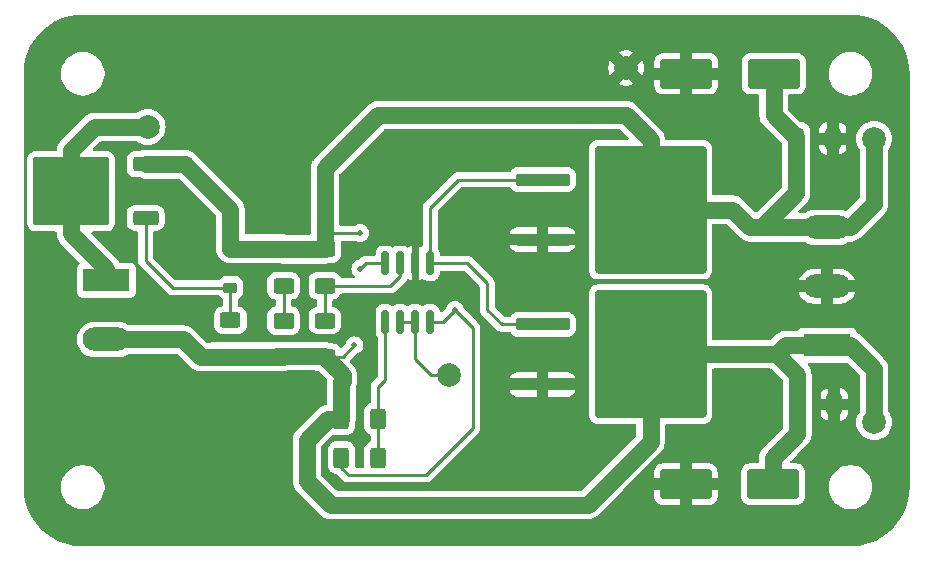
<source format=gtl>
%TF.GenerationSoftware,KiCad,Pcbnew,8.0.0*%
%TF.CreationDate,2024-05-07T14:34:52-04:00*%
%TF.ProjectId,RailSplitter,5261696c-5370-46c6-9974-7465722e6b69,rev?*%
%TF.SameCoordinates,Original*%
%TF.FileFunction,Copper,L1,Top*%
%TF.FilePolarity,Positive*%
%FSLAX46Y46*%
G04 Gerber Fmt 4.6, Leading zero omitted, Abs format (unit mm)*
G04 Created by KiCad (PCBNEW 8.0.0) date 2024-05-07 14:34:52*
%MOMM*%
%LPD*%
G01*
G04 APERTURE LIST*
G04 Aperture macros list*
%AMRoundRect*
0 Rectangle with rounded corners*
0 $1 Rounding radius*
0 $2 $3 $4 $5 $6 $7 $8 $9 X,Y pos of 4 corners*
0 Add a 4 corners polygon primitive as box body*
4,1,4,$2,$3,$4,$5,$6,$7,$8,$9,$2,$3,0*
0 Add four circle primitives for the rounded corners*
1,1,$1+$1,$2,$3*
1,1,$1+$1,$4,$5*
1,1,$1+$1,$6,$7*
1,1,$1+$1,$8,$9*
0 Add four rect primitives between the rounded corners*
20,1,$1+$1,$2,$3,$4,$5,0*
20,1,$1+$1,$4,$5,$6,$7,0*
20,1,$1+$1,$6,$7,$8,$9,0*
20,1,$1+$1,$8,$9,$2,$3,0*%
G04 Aperture macros list end*
%TA.AperFunction,SMDPad,CuDef*%
%ADD10RoundRect,0.250001X0.624999X-0.462499X0.624999X0.462499X-0.624999X0.462499X-0.624999X-0.462499X0*%
%TD*%
%TA.AperFunction,SMDPad,CuDef*%
%ADD11RoundRect,0.250000X1.950000X1.000000X-1.950000X1.000000X-1.950000X-1.000000X1.950000X-1.000000X0*%
%TD*%
%TA.AperFunction,ComponentPad*%
%ADD12C,2.000000*%
%TD*%
%TA.AperFunction,SMDPad,CuDef*%
%ADD13RoundRect,0.250000X-2.050000X-0.300000X2.050000X-0.300000X2.050000X0.300000X-2.050000X0.300000X0*%
%TD*%
%TA.AperFunction,SMDPad,CuDef*%
%ADD14RoundRect,0.250000X-2.025000X-2.375000X2.025000X-2.375000X2.025000X2.375000X-2.025000X2.375000X0*%
%TD*%
%TA.AperFunction,SMDPad,CuDef*%
%ADD15RoundRect,0.250002X-4.449998X-5.149998X4.449998X-5.149998X4.449998X5.149998X-4.449998X5.149998X0*%
%TD*%
%TA.AperFunction,SMDPad,CuDef*%
%ADD16RoundRect,0.150000X-0.150000X0.825000X-0.150000X-0.825000X0.150000X-0.825000X0.150000X0.825000X0*%
%TD*%
%TA.AperFunction,SMDPad,CuDef*%
%ADD17RoundRect,0.250000X-0.625000X0.400000X-0.625000X-0.400000X0.625000X-0.400000X0.625000X0.400000X0*%
%TD*%
%TA.AperFunction,SMDPad,CuDef*%
%ADD18RoundRect,0.250000X-0.400000X-0.625000X0.400000X-0.625000X0.400000X0.625000X-0.400000X0.625000X0*%
%TD*%
%TA.AperFunction,ComponentPad*%
%ADD19R,3.960000X1.980000*%
%TD*%
%TA.AperFunction,ComponentPad*%
%ADD20O,3.960000X1.980000*%
%TD*%
%TA.AperFunction,SMDPad,CuDef*%
%ADD21RoundRect,0.250000X0.850000X0.350000X-0.850000X0.350000X-0.850000X-0.350000X0.850000X-0.350000X0*%
%TD*%
%TA.AperFunction,SMDPad,CuDef*%
%ADD22RoundRect,0.250000X1.275000X1.125000X-1.275000X1.125000X-1.275000X-1.125000X1.275000X-1.125000X0*%
%TD*%
%TA.AperFunction,SMDPad,CuDef*%
%ADD23RoundRect,0.249997X2.950003X2.650003X-2.950003X2.650003X-2.950003X-2.650003X2.950003X-2.650003X0*%
%TD*%
%TA.AperFunction,SMDPad,CuDef*%
%ADD24RoundRect,0.250000X0.400000X0.625000X-0.400000X0.625000X-0.400000X-0.625000X0.400000X-0.625000X0*%
%TD*%
%TA.AperFunction,SMDPad,CuDef*%
%ADD25RoundRect,0.250000X-0.412500X-0.650000X0.412500X-0.650000X0.412500X0.650000X-0.412500X0.650000X0*%
%TD*%
%TA.AperFunction,SMDPad,CuDef*%
%ADD26RoundRect,0.250000X0.412500X0.650000X-0.412500X0.650000X-0.412500X-0.650000X0.412500X-0.650000X0*%
%TD*%
%TA.AperFunction,SMDPad,CuDef*%
%ADD27RoundRect,0.250000X-1.950000X-1.000000X1.950000X-1.000000X1.950000X1.000000X-1.950000X1.000000X0*%
%TD*%
%TA.AperFunction,SMDPad,CuDef*%
%ADD28RoundRect,0.225000X-0.375000X0.225000X-0.375000X-0.225000X0.375000X-0.225000X0.375000X0.225000X0*%
%TD*%
%TA.AperFunction,ViaPad*%
%ADD29C,0.500000*%
%TD*%
%TA.AperFunction,ViaPad*%
%ADD30C,0.800000*%
%TD*%
%TA.AperFunction,Conductor*%
%ADD31C,1.397000*%
%TD*%
%TA.AperFunction,Conductor*%
%ADD32C,0.250000*%
%TD*%
G04 APERTURE END LIST*
D10*
%TO.P,D2,1,K*%
%TO.N,VEE*%
X172000000Y-78900000D03*
%TO.P,D2,2,A*%
%TO.N,Net-(D2-A)*%
X172000000Y-75925000D03*
%TD*%
D11*
%TO.P,C1,1*%
%TO.N,VCC*%
X213500000Y-55000000D03*
%TO.P,C1,2*%
%TO.N,GND*%
X206100000Y-55000000D03*
%TD*%
D12*
%TO.P,TP2,1,1*%
%TO.N,VCC*%
X222000000Y-60500000D03*
%TD*%
D13*
%TO.P,Q3,1,B*%
%TO.N,Net-(Q2-B)*%
X193925000Y-63960000D03*
D14*
%TO.P,Q3,2,C*%
%TO.N,VCC*%
X200650000Y-63725000D03*
X200650000Y-69275000D03*
D15*
X203075000Y-66500000D03*
D14*
X205500000Y-63725000D03*
X205500000Y-69275000D03*
D13*
%TO.P,Q3,3,E*%
%TO.N,GND*%
X193925000Y-69040000D03*
%TD*%
D16*
%TO.P,U1,1*%
%TO.N,Net-(Q2-B)*%
X184405000Y-71050000D03*
%TO.P,U1,2,-*%
%TO.N,GND*%
X183135000Y-71050000D03*
%TO.P,U1,3,+*%
%TO.N,Net-(U1A-+)*%
X181865000Y-71050000D03*
%TO.P,U1,4,V-*%
%TO.N,VEE*%
X180595000Y-71050000D03*
%TO.P,U1,5,+*%
%TO.N,Net-(U1B-+)*%
X180595000Y-76000000D03*
%TO.P,U1,6,-*%
%TO.N,Net-(U1B--)*%
X181865000Y-76000000D03*
%TO.P,U1,7*%
X183135000Y-76000000D03*
%TO.P,U1,8,V+*%
%TO.N,VCC*%
X184405000Y-76000000D03*
%TD*%
D17*
%TO.P,R2,1*%
%TO.N,VCC*%
X172000000Y-69862500D03*
%TO.P,R2,2*%
%TO.N,Net-(D2-A)*%
X172000000Y-72962500D03*
%TD*%
%TO.P,R1,1*%
%TO.N,Net-(D1-A)*%
X167500000Y-75862500D03*
%TO.P,R1,2*%
%TO.N,VEE*%
X167500000Y-78962500D03*
%TD*%
D18*
%TO.P,R5,1*%
%TO.N,VCC*%
X176900000Y-87500000D03*
%TO.P,R5,2*%
%TO.N,Net-(U1B-+)*%
X180000000Y-87500000D03*
%TD*%
D13*
%TO.P,Q2,1,B*%
%TO.N,Net-(Q2-B)*%
X193925000Y-76210000D03*
D14*
%TO.P,Q2,2,C*%
%TO.N,VEE*%
X200650000Y-75975000D03*
X200650000Y-81525000D03*
D15*
X203075000Y-78750000D03*
D14*
X205500000Y-75975000D03*
X205500000Y-81525000D03*
D13*
%TO.P,Q2,3,E*%
%TO.N,GND*%
X193925000Y-81290000D03*
%TD*%
D19*
%TO.P,J1,1,Pin_1*%
%TO.N,/PWRIN*%
X157000000Y-72500000D03*
D20*
%TO.P,J1,2,Pin_2*%
%TO.N,VEE*%
X157000000Y-77500000D03*
%TD*%
D12*
%TO.P,TP5,1,1*%
%TO.N,Net-(U1B--)*%
X186000000Y-80500000D03*
%TD*%
D21*
%TO.P,Q1,1,G*%
%TO.N,Net-(D1-A)*%
X160315000Y-67225000D03*
D22*
%TO.P,Q1,2,D*%
%TO.N,/PWRIN*%
X155690000Y-66470000D03*
X155690000Y-63420000D03*
D23*
X154015000Y-64945000D03*
D22*
X152340000Y-66470000D03*
X152340000Y-63420000D03*
D21*
%TO.P,Q1,3,S*%
%TO.N,VCC*%
X160315000Y-62665000D03*
%TD*%
D24*
%TO.P,R6,1*%
%TO.N,Net-(U1B-+)*%
X180000000Y-84210000D03*
%TO.P,R6,2*%
%TO.N,VEE*%
X176900000Y-84210000D03*
%TD*%
D25*
%TO.P,C3,1*%
%TO.N,VCC*%
X215375000Y-60500000D03*
%TO.P,C3,2*%
%TO.N,GND*%
X218500000Y-60500000D03*
%TD*%
D19*
%TO.P,J2,1,Pin_1*%
%TO.N,VEE*%
X218000000Y-78000000D03*
D20*
%TO.P,J2,2,Pin_2*%
%TO.N,GND*%
X218000000Y-73000000D03*
%TO.P,J2,3,Pin_3*%
%TO.N,VCC*%
X218000000Y-68000000D03*
%TD*%
D26*
%TO.P,C4,1*%
%TO.N,GND*%
X218625000Y-83000000D03*
%TO.P,C4,2*%
%TO.N,VEE*%
X215500000Y-83000000D03*
%TD*%
D17*
%TO.P,R4,1*%
%TO.N,Net-(U1A-+)*%
X175500000Y-75900000D03*
%TO.P,R4,2*%
%TO.N,VEE*%
X175500000Y-79000000D03*
%TD*%
D27*
%TO.P,C2,1*%
%TO.N,GND*%
X206050000Y-89750000D03*
%TO.P,C2,2*%
%TO.N,VEE*%
X213450000Y-89750000D03*
%TD*%
D12*
%TO.P,TP3,1,1*%
%TO.N,GND*%
X201000000Y-54500000D03*
%TD*%
D28*
%TO.P,D1,1,K*%
%TO.N,VCC*%
X167500000Y-69807500D03*
%TO.P,D1,2,A*%
%TO.N,Net-(D1-A)*%
X167500000Y-73107500D03*
%TD*%
D17*
%TO.P,R3,1*%
%TO.N,VCC*%
X175500000Y-69850000D03*
%TO.P,R3,2*%
%TO.N,Net-(U1A-+)*%
X175500000Y-72950000D03*
%TD*%
D12*
%TO.P,TP4,1,1*%
%TO.N,VEE*%
X222000000Y-84500000D03*
%TD*%
%TO.P,TP1,1,1*%
%TO.N,/PWRIN*%
X160500000Y-59500000D03*
%TD*%
D29*
%TO.N,VCC*%
X178500000Y-68500000D03*
X186500000Y-75000000D03*
D30*
%TO.N,GND*%
X183000000Y-94000000D03*
X222500000Y-77500000D03*
X222500000Y-87500000D03*
X163000000Y-75000000D03*
X210000000Y-82500000D03*
X162500000Y-57500000D03*
X172500000Y-62500000D03*
X172500000Y-82500000D03*
X198000000Y-94000000D03*
X222500000Y-72500000D03*
X157500000Y-82500000D03*
X197500000Y-87500000D03*
X152500000Y-72500000D03*
X218500000Y-80500000D03*
X170000000Y-67500000D03*
X182500000Y-55500000D03*
X210000000Y-92500000D03*
X187500000Y-87500000D03*
X158000000Y-75000000D03*
X187500000Y-67500000D03*
X210000000Y-87500000D03*
X152500000Y-82500000D03*
X158000000Y-69000000D03*
X157500000Y-87500000D03*
X192500000Y-55500000D03*
X177500000Y-57500000D03*
X210000000Y-57500000D03*
X202500000Y-92500000D03*
X183500000Y-73500000D03*
X190000000Y-67500000D03*
X152500000Y-87500000D03*
X162500000Y-52500000D03*
X217500000Y-87500000D03*
X167500000Y-82500000D03*
X165000000Y-92500000D03*
X190000000Y-62500000D03*
X170000000Y-87500000D03*
X152500000Y-57500000D03*
X187500000Y-94000000D03*
X192500000Y-72500000D03*
X157500000Y-92500000D03*
X197500000Y-52500000D03*
X212500000Y-52500000D03*
X217500000Y-65000000D03*
X207500000Y-52500000D03*
X170000000Y-65000000D03*
X157500000Y-57500000D03*
X217500000Y-92500000D03*
X212500000Y-65000000D03*
X152500000Y-52500000D03*
X202500000Y-52500000D03*
X217500000Y-57500000D03*
X182500000Y-52500000D03*
X210000000Y-62500000D03*
X205000000Y-57500000D03*
X187500000Y-55500000D03*
X162500000Y-87500000D03*
X167500000Y-52500000D03*
X173500000Y-94000000D03*
X169500000Y-74500000D03*
X163000000Y-71000000D03*
X197500000Y-55500000D03*
X178000000Y-94000000D03*
X217500000Y-52500000D03*
X162500000Y-82500000D03*
X162500000Y-65000000D03*
X190000000Y-82500000D03*
X160000000Y-65000000D03*
X192500000Y-52500000D03*
X157500000Y-52500000D03*
X188000000Y-73500000D03*
X167500000Y-62500000D03*
X180000000Y-65000000D03*
X192500000Y-87500000D03*
X165000000Y-87500000D03*
X212500000Y-72500000D03*
X170000000Y-92500000D03*
X165000000Y-67500000D03*
X152500000Y-92500000D03*
X222500000Y-52500000D03*
X195000000Y-72500000D03*
X182500000Y-62500000D03*
X222500000Y-92500000D03*
X179000000Y-79500000D03*
X177500000Y-52500000D03*
X222500000Y-57500000D03*
X187500000Y-52500000D03*
X192500000Y-94000000D03*
X217500000Y-62500000D03*
X152500000Y-77500000D03*
D29*
%TO.N,VEE*%
X178000000Y-78000000D03*
X178500000Y-71500000D03*
%TD*%
D31*
%TO.N,VCC*%
X167500000Y-69807500D02*
X171945000Y-69807500D01*
D32*
X186500000Y-75000000D02*
X185500000Y-76000000D01*
D31*
X211500000Y-68000000D02*
X210000000Y-66500000D01*
X218000000Y-68000000D02*
X220000000Y-68000000D01*
D32*
X177501500Y-88976500D02*
X184023500Y-88976500D01*
D31*
X171945000Y-69807500D02*
X172000000Y-69862500D01*
X210000000Y-66500000D02*
X203075000Y-66500000D01*
X160315000Y-62665000D02*
X163665000Y-62665000D01*
D32*
X188000000Y-85000000D02*
X188000000Y-76500000D01*
D31*
X163665000Y-62665000D02*
X167500000Y-66500000D01*
X215375000Y-60500000D02*
X215375000Y-60375000D01*
X211500000Y-68000000D02*
X212500000Y-68000000D01*
X203075000Y-60575000D02*
X203075000Y-66500000D01*
X212500000Y-68000000D02*
X218000000Y-68000000D01*
X175500000Y-63000000D02*
X180000000Y-58500000D01*
D32*
X188000000Y-76500000D02*
X186500000Y-75000000D01*
D31*
X220000000Y-68000000D02*
X222000000Y-66000000D01*
D32*
X176500000Y-68500000D02*
X178500000Y-68500000D01*
D31*
X215375000Y-60375000D02*
X213500000Y-58500000D01*
X172000000Y-69862500D02*
X175487500Y-69862500D01*
X212500000Y-68000000D02*
X215375000Y-65125000D01*
X175487500Y-69862500D02*
X175500000Y-69850000D01*
X213500000Y-55000000D02*
X213500000Y-58500000D01*
D32*
X176900000Y-88375000D02*
X177501500Y-88976500D01*
D31*
X175500000Y-68500000D02*
X175500000Y-63000000D01*
X215375000Y-65125000D02*
X215375000Y-60500000D01*
X201000000Y-58500000D02*
X203075000Y-60575000D01*
D32*
X184023500Y-88976500D02*
X188000000Y-85000000D01*
D31*
X167500000Y-66500000D02*
X167500000Y-69807500D01*
X180000000Y-58500000D02*
X201000000Y-58500000D01*
D32*
X176900000Y-87500000D02*
X176900000Y-88375000D01*
X175500000Y-68500000D02*
X176500000Y-68500000D01*
D31*
X175500000Y-69850000D02*
X175500000Y-68500000D01*
X222000000Y-66000000D02*
X222000000Y-60500000D01*
D32*
X185500000Y-76000000D02*
X184405000Y-76000000D01*
D31*
%TO.N,VEE*%
X177000000Y-81000000D02*
X176900000Y-81100000D01*
X215500000Y-80500000D02*
X213750000Y-78750000D01*
X177000000Y-80500000D02*
X177000000Y-81000000D01*
X176000000Y-91500000D02*
X197750000Y-91500000D01*
X215500000Y-80500000D02*
X215500000Y-83000000D01*
X174000000Y-89500000D02*
X176000000Y-91500000D01*
X220000000Y-78000000D02*
X218000000Y-78000000D01*
X175400000Y-78900000D02*
X175500000Y-79000000D01*
X163500000Y-77500000D02*
X165000000Y-79000000D01*
X174000000Y-86000000D02*
X174000000Y-89500000D01*
X175790000Y-84210000D02*
X174000000Y-86000000D01*
X222000000Y-84500000D02*
X222000000Y-80000000D01*
X222000000Y-80000000D02*
X220000000Y-78000000D01*
X215500000Y-85500000D02*
X213450000Y-87550000D01*
X171937500Y-78962500D02*
X172000000Y-78900000D01*
D32*
X178950000Y-71050000D02*
X178500000Y-71500000D01*
X175500000Y-79000000D02*
X177000000Y-79000000D01*
D31*
X213450000Y-87550000D02*
X213450000Y-89750000D01*
X218000000Y-78000000D02*
X214500000Y-78000000D01*
X203075000Y-86175000D02*
X203075000Y-78750000D01*
X175500000Y-79000000D02*
X177000000Y-80500000D01*
D32*
X180595000Y-71050000D02*
X178950000Y-71050000D01*
X177000000Y-79000000D02*
X178000000Y-78000000D01*
D31*
X165000000Y-79000000D02*
X166000000Y-79000000D01*
X166000000Y-79000000D02*
X166037500Y-78962500D01*
X167500000Y-78962500D02*
X171937500Y-78962500D01*
X197750000Y-91500000D02*
X203075000Y-86175000D01*
X215500000Y-83000000D02*
X215500000Y-85500000D01*
X176900000Y-84210000D02*
X175790000Y-84210000D01*
X213750000Y-78750000D02*
X203075000Y-78750000D01*
X157000000Y-77500000D02*
X163500000Y-77500000D01*
X166037500Y-78962500D02*
X167500000Y-78962500D01*
X214500000Y-78000000D02*
X213750000Y-78750000D01*
X176900000Y-81100000D02*
X176900000Y-84210000D01*
X172000000Y-78900000D02*
X175400000Y-78900000D01*
D32*
%TO.N,Net-(D1-A)*%
X162607500Y-73107500D02*
X167500000Y-73107500D01*
X160315000Y-70815000D02*
X162607500Y-73107500D01*
X167500000Y-73107500D02*
X167500000Y-75862500D01*
X160315000Y-67225000D02*
X160315000Y-70815000D01*
%TO.N,Net-(D2-A)*%
X172000000Y-72962500D02*
X172000000Y-75925000D01*
D31*
%TO.N,/PWRIN*%
X157000000Y-72500000D02*
X157000000Y-71500000D01*
X154015000Y-64945000D02*
X154015000Y-61485000D01*
X157000000Y-71500000D02*
X154015000Y-68515000D01*
X154015000Y-68515000D02*
X154015000Y-64945000D01*
X154015000Y-61485000D02*
X156000000Y-59500000D01*
X156000000Y-59500000D02*
X160500000Y-59500000D01*
D32*
%TO.N,Net-(Q2-B)*%
X184405000Y-71050000D02*
X187550000Y-71050000D01*
X193925000Y-63960000D02*
X186790000Y-63960000D01*
X189250000Y-75000000D02*
X190460000Y-76210000D01*
X189250000Y-72750000D02*
X189250000Y-75000000D01*
X187550000Y-71050000D02*
X189250000Y-72750000D01*
X186790000Y-63960000D02*
X184405000Y-66345000D01*
X190460000Y-76210000D02*
X193925000Y-76210000D01*
X184405000Y-66345000D02*
X184405000Y-71050000D01*
%TO.N,Net-(U1A-+)*%
X181050000Y-72950000D02*
X181865000Y-72135000D01*
X175500000Y-72950000D02*
X175500000Y-75900000D01*
X181865000Y-72135000D02*
X181865000Y-71050000D01*
X175500000Y-72950000D02*
X181050000Y-72950000D01*
%TO.N,Net-(U1B-+)*%
X180595000Y-76000000D02*
X180595000Y-80905000D01*
X180000000Y-81500000D02*
X180000000Y-84210000D01*
X180595000Y-80905000D02*
X180000000Y-81500000D01*
X180000000Y-84210000D02*
X180000000Y-87500000D01*
%TO.N,Net-(U1B--)*%
X183135000Y-76000000D02*
X183135000Y-79135000D01*
X184500000Y-80500000D02*
X186000000Y-80500000D01*
X183135000Y-79135000D02*
X184500000Y-80500000D01*
X181865000Y-76000000D02*
X183135000Y-76000000D01*
%TD*%
%TA.AperFunction,Conductor*%
%TO.N,GND*%
G36*
X220000641Y-50000006D02*
G01*
X220213481Y-50002328D01*
X220222915Y-50002792D01*
X220647552Y-50039943D01*
X220658270Y-50041354D01*
X221077393Y-50115256D01*
X221087921Y-50117590D01*
X221499033Y-50227747D01*
X221509322Y-50230992D01*
X221909255Y-50376555D01*
X221919221Y-50380683D01*
X222304942Y-50560547D01*
X222314528Y-50565538D01*
X222683088Y-50778326D01*
X222692207Y-50784135D01*
X223040820Y-51028237D01*
X223049402Y-51034822D01*
X223375420Y-51308383D01*
X223383395Y-51315692D01*
X223684307Y-51616604D01*
X223691616Y-51624579D01*
X223965177Y-51950597D01*
X223971762Y-51959179D01*
X224215864Y-52307792D01*
X224221676Y-52316916D01*
X224434459Y-52685467D01*
X224439454Y-52695062D01*
X224600728Y-53040916D01*
X224619310Y-53080764D01*
X224623448Y-53090756D01*
X224678315Y-53241500D01*
X224769003Y-53490664D01*
X224772256Y-53500980D01*
X224882405Y-53912061D01*
X224884746Y-53922623D01*
X224958644Y-54341725D01*
X224960056Y-54352450D01*
X224997206Y-54777073D01*
X224997671Y-54786527D01*
X224999993Y-54999357D01*
X225000000Y-55000710D01*
X225000000Y-89999289D01*
X224999993Y-90000642D01*
X224997671Y-90213472D01*
X224997206Y-90222926D01*
X224960056Y-90647549D01*
X224958644Y-90658274D01*
X224884746Y-91077376D01*
X224882405Y-91087938D01*
X224772256Y-91499019D01*
X224769003Y-91509335D01*
X224623450Y-91909240D01*
X224619310Y-91919235D01*
X224439454Y-92304937D01*
X224434459Y-92314532D01*
X224221676Y-92683083D01*
X224215864Y-92692207D01*
X223971762Y-93040820D01*
X223965177Y-93049402D01*
X223691616Y-93375420D01*
X223684307Y-93383395D01*
X223383395Y-93684307D01*
X223375420Y-93691616D01*
X223049402Y-93965177D01*
X223040820Y-93971762D01*
X222692207Y-94215864D01*
X222683083Y-94221676D01*
X222314532Y-94434459D01*
X222304937Y-94439454D01*
X221919235Y-94619310D01*
X221909240Y-94623450D01*
X221509335Y-94769003D01*
X221499019Y-94772256D01*
X221087938Y-94882405D01*
X221077376Y-94884746D01*
X220658274Y-94958644D01*
X220647549Y-94960056D01*
X220222926Y-94997206D01*
X220213472Y-94997671D01*
X220005455Y-94999940D01*
X220000640Y-94999993D01*
X219999290Y-95000000D01*
X155000710Y-95000000D01*
X154999359Y-94999993D01*
X154994454Y-94999939D01*
X154786527Y-94997671D01*
X154777073Y-94997206D01*
X154352450Y-94960056D01*
X154341725Y-94958644D01*
X153922623Y-94884746D01*
X153912061Y-94882405D01*
X153500980Y-94772256D01*
X153490664Y-94769003D01*
X153090759Y-94623450D01*
X153080764Y-94619310D01*
X152695062Y-94439454D01*
X152685467Y-94434459D01*
X152316916Y-94221676D01*
X152307792Y-94215864D01*
X151959179Y-93971762D01*
X151950597Y-93965177D01*
X151624579Y-93691616D01*
X151616604Y-93684307D01*
X151315692Y-93383395D01*
X151308383Y-93375420D01*
X151034822Y-93049402D01*
X151028237Y-93040820D01*
X150784135Y-92692207D01*
X150778323Y-92683083D01*
X150626804Y-92420645D01*
X150565538Y-92314528D01*
X150560545Y-92304937D01*
X150380683Y-91919221D01*
X150376555Y-91909255D01*
X150230992Y-91509322D01*
X150227747Y-91499033D01*
X150117590Y-91087921D01*
X150115256Y-91077393D01*
X150041354Y-90658270D01*
X150039943Y-90647549D01*
X150008676Y-90290166D01*
X150002792Y-90222915D01*
X150002328Y-90213471D01*
X150001323Y-90121288D01*
X153149500Y-90121288D01*
X153181161Y-90361785D01*
X153243947Y-90596104D01*
X153328633Y-90800553D01*
X153336776Y-90820212D01*
X153458064Y-91030289D01*
X153458066Y-91030292D01*
X153458067Y-91030293D01*
X153605733Y-91222736D01*
X153605739Y-91222743D01*
X153777256Y-91394260D01*
X153777262Y-91394265D01*
X153969711Y-91541936D01*
X154179788Y-91663224D01*
X154403900Y-91756054D01*
X154638211Y-91818838D01*
X154818586Y-91842584D01*
X154878711Y-91850500D01*
X154878712Y-91850500D01*
X155121289Y-91850500D01*
X155169388Y-91844167D01*
X155361789Y-91818838D01*
X155596100Y-91756054D01*
X155820212Y-91663224D01*
X156030289Y-91541936D01*
X156222738Y-91394265D01*
X156394265Y-91222738D01*
X156541936Y-91030289D01*
X156663224Y-90820212D01*
X156756054Y-90596100D01*
X156818838Y-90361789D01*
X156850500Y-90121288D01*
X156850500Y-89878712D01*
X156818838Y-89638211D01*
X156756054Y-89403900D01*
X156663224Y-89179788D01*
X156541936Y-88969711D01*
X156475783Y-88883499D01*
X156394266Y-88777263D01*
X156394260Y-88777256D01*
X156222743Y-88605739D01*
X156222736Y-88605733D01*
X156030293Y-88458067D01*
X156030292Y-88458066D01*
X156030289Y-88458064D01*
X155820212Y-88336776D01*
X155794136Y-88325975D01*
X155596104Y-88243947D01*
X155361785Y-88181161D01*
X155121289Y-88149500D01*
X155121288Y-88149500D01*
X154878712Y-88149500D01*
X154878711Y-88149500D01*
X154638214Y-88181161D01*
X154403895Y-88243947D01*
X154179794Y-88336773D01*
X154179785Y-88336777D01*
X153969706Y-88458067D01*
X153777263Y-88605733D01*
X153777256Y-88605739D01*
X153605739Y-88777256D01*
X153605733Y-88777263D01*
X153458067Y-88969706D01*
X153336777Y-89179785D01*
X153336773Y-89179794D01*
X153243947Y-89403895D01*
X153181161Y-89638214D01*
X153149500Y-89878711D01*
X153149500Y-90121288D01*
X150001323Y-90121288D01*
X150000007Y-90000641D01*
X150000000Y-89999289D01*
X150000000Y-77617940D01*
X154511500Y-77617940D01*
X154548398Y-77850901D01*
X154621283Y-78075221D01*
X154621285Y-78075224D01*
X154728368Y-78285385D01*
X154867008Y-78476207D01*
X155033793Y-78642992D01*
X155224615Y-78781632D01*
X155403139Y-78872595D01*
X155434778Y-78888716D01*
X155496942Y-78908914D01*
X155659100Y-78961602D01*
X155766996Y-78978691D01*
X155892060Y-78998500D01*
X155892065Y-78998500D01*
X158107940Y-78998500D01*
X158220877Y-78980611D01*
X158340900Y-78961602D01*
X158565224Y-78888715D01*
X158775385Y-78781632D01*
X158845512Y-78730681D01*
X158911317Y-78707202D01*
X158918397Y-78707000D01*
X162948682Y-78707000D01*
X163015721Y-78726685D01*
X163036363Y-78743319D01*
X164079351Y-79786307D01*
X164079352Y-79786308D01*
X164213692Y-79920648D01*
X164367394Y-80032319D01*
X164463075Y-80081071D01*
X164463074Y-80081071D01*
X164487916Y-80093728D01*
X164536672Y-80118571D01*
X164659558Y-80158499D01*
X164717359Y-80177280D01*
X164905002Y-80207000D01*
X164905007Y-80207000D01*
X166094998Y-80207000D01*
X166199241Y-80190488D01*
X166282640Y-80177280D01*
X166287906Y-80175568D01*
X166326223Y-80169500D01*
X172032498Y-80169500D01*
X172220140Y-80139780D01*
X172259261Y-80127069D01*
X172297579Y-80121000D01*
X172675539Y-80121000D01*
X172675544Y-80121000D01*
X172779425Y-80110387D01*
X172779428Y-80110385D01*
X172782414Y-80109747D01*
X172808371Y-80107000D01*
X174577174Y-80107000D01*
X174616176Y-80113293D01*
X174720574Y-80147887D01*
X174824455Y-80158500D01*
X174900180Y-80158499D01*
X174967219Y-80178183D01*
X174987862Y-80194818D01*
X175662687Y-80869643D01*
X175696172Y-80930966D01*
X175697479Y-80976721D01*
X175693000Y-81005001D01*
X175693000Y-82897411D01*
X175673315Y-82964450D01*
X175620511Y-83010205D01*
X175588399Y-83019884D01*
X175507358Y-83032720D01*
X175389940Y-83070872D01*
X175326672Y-83091429D01*
X175326670Y-83091429D01*
X175326670Y-83091430D01*
X175287580Y-83111348D01*
X175157390Y-83177683D01*
X175022313Y-83275821D01*
X175022314Y-83275822D01*
X175003693Y-83289351D01*
X175003690Y-83289353D01*
X173079354Y-85213689D01*
X173079354Y-85213690D01*
X173079352Y-85213692D01*
X173031393Y-85279701D01*
X172967681Y-85367393D01*
X172915531Y-85469744D01*
X172881430Y-85536668D01*
X172822721Y-85717355D01*
X172822719Y-85717362D01*
X172812381Y-85782639D01*
X172812381Y-85782641D01*
X172793000Y-85905002D01*
X172793000Y-89594998D01*
X172822719Y-89782636D01*
X172822720Y-89782641D01*
X172842979Y-89844993D01*
X172842980Y-89844993D01*
X172881430Y-89963331D01*
X172961914Y-90121288D01*
X172967681Y-90132606D01*
X173079352Y-90286308D01*
X175079352Y-92286308D01*
X175213692Y-92420648D01*
X175367394Y-92532319D01*
X175452033Y-92575445D01*
X175536672Y-92618571D01*
X175673875Y-92663151D01*
X175717359Y-92677280D01*
X175905002Y-92707000D01*
X175905007Y-92707000D01*
X197844998Y-92707000D01*
X198032640Y-92677280D01*
X198213327Y-92618571D01*
X198382606Y-92532319D01*
X198536308Y-92420648D01*
X198670648Y-92286308D01*
X200706956Y-90250000D01*
X203350001Y-90250000D01*
X203350001Y-90799986D01*
X203360494Y-90902697D01*
X203415641Y-91069119D01*
X203415643Y-91069124D01*
X203507684Y-91218345D01*
X203631654Y-91342315D01*
X203780875Y-91434356D01*
X203780880Y-91434358D01*
X203947302Y-91489505D01*
X203947309Y-91489506D01*
X204050019Y-91499999D01*
X205549999Y-91499999D01*
X205550000Y-91499998D01*
X205550000Y-90250000D01*
X206550000Y-90250000D01*
X206550000Y-91499999D01*
X208049972Y-91499999D01*
X208049986Y-91499998D01*
X208152697Y-91489505D01*
X208319119Y-91434358D01*
X208319124Y-91434356D01*
X208468345Y-91342315D01*
X208592315Y-91218345D01*
X208684356Y-91069124D01*
X208684358Y-91069119D01*
X208739505Y-90902697D01*
X208739506Y-90902690D01*
X208749999Y-90799986D01*
X208750000Y-90799973D01*
X208750000Y-90250000D01*
X206550000Y-90250000D01*
X205550000Y-90250000D01*
X203350001Y-90250000D01*
X200706956Y-90250000D01*
X201706956Y-89250000D01*
X203350000Y-89250000D01*
X205550000Y-89250000D01*
X205550000Y-88000000D01*
X206550000Y-88000000D01*
X206550000Y-89250000D01*
X208749999Y-89250000D01*
X208749999Y-88700028D01*
X208749998Y-88700013D01*
X208739505Y-88597302D01*
X208684358Y-88430880D01*
X208684356Y-88430875D01*
X208592315Y-88281654D01*
X208468345Y-88157684D01*
X208319124Y-88065643D01*
X208319119Y-88065641D01*
X208152697Y-88010494D01*
X208152690Y-88010493D01*
X208049986Y-88000000D01*
X206550000Y-88000000D01*
X205550000Y-88000000D01*
X204050028Y-88000000D01*
X204050012Y-88000001D01*
X203947302Y-88010494D01*
X203780880Y-88065641D01*
X203780875Y-88065643D01*
X203631654Y-88157684D01*
X203507684Y-88281654D01*
X203415643Y-88430875D01*
X203415641Y-88430880D01*
X203360494Y-88597302D01*
X203360493Y-88597309D01*
X203350000Y-88700013D01*
X203350000Y-89250000D01*
X201706956Y-89250000D01*
X203995648Y-86961308D01*
X204025189Y-86920648D01*
X204107319Y-86807606D01*
X204173724Y-86677279D01*
X204193571Y-86638328D01*
X204252280Y-86457640D01*
X204279416Y-86286310D01*
X204282000Y-86269998D01*
X204282000Y-84782500D01*
X204301685Y-84715461D01*
X204354489Y-84669706D01*
X204406000Y-84658500D01*
X207575540Y-84658500D01*
X207575544Y-84658500D01*
X207669796Y-84648870D01*
X207669796Y-84648874D01*
X207669810Y-84648868D01*
X207679426Y-84647887D01*
X207847738Y-84592115D01*
X207998652Y-84499030D01*
X208124030Y-84373652D01*
X208217115Y-84222738D01*
X208272887Y-84054426D01*
X208283500Y-83950545D01*
X208283500Y-81532318D01*
X208283500Y-80081000D01*
X208303185Y-80013961D01*
X208355989Y-79968206D01*
X208407500Y-79957000D01*
X213198682Y-79957000D01*
X213265721Y-79976685D01*
X213286363Y-79993319D01*
X214256681Y-80963637D01*
X214290166Y-81024960D01*
X214293000Y-81051318D01*
X214293000Y-84948682D01*
X214273315Y-85015721D01*
X214256681Y-85036363D01*
X212529354Y-86763689D01*
X212529354Y-86763690D01*
X212529352Y-86763692D01*
X212497447Y-86807606D01*
X212417681Y-86917393D01*
X212406876Y-86938600D01*
X212331430Y-87086668D01*
X212272720Y-87267359D01*
X212254563Y-87382000D01*
X212254563Y-87382001D01*
X212243000Y-87455002D01*
X212243000Y-87867500D01*
X212223315Y-87934539D01*
X212170511Y-87980294D01*
X212119000Y-87991500D01*
X211449462Y-87991500D01*
X211449446Y-87991501D01*
X211345572Y-88002113D01*
X211177264Y-88057884D01*
X211177259Y-88057886D01*
X211026346Y-88150971D01*
X210900971Y-88276346D01*
X210807886Y-88427259D01*
X210807884Y-88427264D01*
X210752113Y-88595572D01*
X210741500Y-88699447D01*
X210741500Y-90800537D01*
X210741501Y-90800553D01*
X210743510Y-90820214D01*
X210752113Y-90904426D01*
X210807885Y-91072738D01*
X210900970Y-91223652D01*
X211026348Y-91349030D01*
X211177262Y-91442115D01*
X211345574Y-91497887D01*
X211449455Y-91508500D01*
X215450544Y-91508499D01*
X215554426Y-91497887D01*
X215722738Y-91442115D01*
X215873652Y-91349030D01*
X215999030Y-91223652D01*
X216092115Y-91072738D01*
X216147887Y-90904426D01*
X216158500Y-90800545D01*
X216158500Y-90121288D01*
X218149500Y-90121288D01*
X218181161Y-90361785D01*
X218243947Y-90596104D01*
X218328633Y-90800553D01*
X218336776Y-90820212D01*
X218458064Y-91030289D01*
X218458066Y-91030292D01*
X218458067Y-91030293D01*
X218605733Y-91222736D01*
X218605739Y-91222743D01*
X218777256Y-91394260D01*
X218777262Y-91394265D01*
X218969711Y-91541936D01*
X219179788Y-91663224D01*
X219403900Y-91756054D01*
X219638211Y-91818838D01*
X219818586Y-91842584D01*
X219878711Y-91850500D01*
X219878712Y-91850500D01*
X220121289Y-91850500D01*
X220169388Y-91844167D01*
X220361789Y-91818838D01*
X220596100Y-91756054D01*
X220820212Y-91663224D01*
X221030289Y-91541936D01*
X221222738Y-91394265D01*
X221394265Y-91222738D01*
X221541936Y-91030289D01*
X221663224Y-90820212D01*
X221756054Y-90596100D01*
X221818838Y-90361789D01*
X221850500Y-90121288D01*
X221850500Y-89878712D01*
X221818838Y-89638211D01*
X221756054Y-89403900D01*
X221663224Y-89179788D01*
X221541936Y-88969711D01*
X221475783Y-88883499D01*
X221394266Y-88777263D01*
X221394260Y-88777256D01*
X221222743Y-88605739D01*
X221222736Y-88605733D01*
X221030293Y-88458067D01*
X221030292Y-88458066D01*
X221030289Y-88458064D01*
X220820212Y-88336776D01*
X220794136Y-88325975D01*
X220596104Y-88243947D01*
X220361785Y-88181161D01*
X220121289Y-88149500D01*
X220121288Y-88149500D01*
X219878712Y-88149500D01*
X219878711Y-88149500D01*
X219638214Y-88181161D01*
X219403895Y-88243947D01*
X219179794Y-88336773D01*
X219179785Y-88336777D01*
X218969706Y-88458067D01*
X218777263Y-88605733D01*
X218777256Y-88605739D01*
X218605739Y-88777256D01*
X218605733Y-88777263D01*
X218458067Y-88969706D01*
X218336777Y-89179785D01*
X218336773Y-89179794D01*
X218243947Y-89403895D01*
X218181161Y-89638214D01*
X218149500Y-89878711D01*
X218149500Y-90121288D01*
X216158500Y-90121288D01*
X216158499Y-88699456D01*
X216147887Y-88595574D01*
X216092115Y-88427262D01*
X215999030Y-88276348D01*
X215873652Y-88150970D01*
X215735316Y-88065643D01*
X215722740Y-88057886D01*
X215722735Y-88057884D01*
X215554427Y-88002113D01*
X215450552Y-87991500D01*
X215450545Y-87991500D01*
X215014817Y-87991500D01*
X214947778Y-87971815D01*
X214902023Y-87919011D01*
X214892079Y-87849853D01*
X214921104Y-87786297D01*
X214927136Y-87779819D01*
X215439596Y-87267359D01*
X216420648Y-86286308D01*
X216428159Y-86275970D01*
X216532319Y-86132606D01*
X216618571Y-85963327D01*
X216626441Y-85939105D01*
X216637520Y-85905008D01*
X216655965Y-85848240D01*
X216677280Y-85782640D01*
X216691838Y-85690721D01*
X216707000Y-85594998D01*
X216707000Y-83500000D01*
X217462501Y-83500000D01*
X217462501Y-83699986D01*
X217472994Y-83802697D01*
X217528141Y-83969119D01*
X217528143Y-83969124D01*
X217620184Y-84118345D01*
X217744154Y-84242315D01*
X217893375Y-84334356D01*
X217893380Y-84334358D01*
X218059802Y-84389505D01*
X218124999Y-84396166D01*
X218125000Y-84396165D01*
X218125000Y-83500000D01*
X219125000Y-83500000D01*
X219125000Y-84396165D01*
X219190197Y-84389505D01*
X219356619Y-84334358D01*
X219356624Y-84334356D01*
X219505845Y-84242315D01*
X219629815Y-84118345D01*
X219721856Y-83969124D01*
X219721858Y-83969119D01*
X219777005Y-83802697D01*
X219777006Y-83802690D01*
X219787499Y-83699986D01*
X219787500Y-83699973D01*
X219787500Y-83500000D01*
X219125000Y-83500000D01*
X218125000Y-83500000D01*
X217462501Y-83500000D01*
X216707000Y-83500000D01*
X216707000Y-82500000D01*
X217462500Y-82500000D01*
X218125000Y-82500000D01*
X218125000Y-81603834D01*
X218124999Y-81603833D01*
X219125000Y-81603833D01*
X219125000Y-82500000D01*
X219787499Y-82500000D01*
X219787499Y-82300028D01*
X219787498Y-82300013D01*
X219777005Y-82197302D01*
X219721858Y-82030880D01*
X219721856Y-82030875D01*
X219629815Y-81881654D01*
X219505845Y-81757684D01*
X219356624Y-81665643D01*
X219356619Y-81665641D01*
X219190197Y-81610494D01*
X219190190Y-81610493D01*
X219125000Y-81603833D01*
X218124999Y-81603833D01*
X218059802Y-81610494D01*
X217893380Y-81665641D01*
X217893375Y-81665643D01*
X217744154Y-81757684D01*
X217620184Y-81881654D01*
X217528143Y-82030875D01*
X217528141Y-82030880D01*
X217472994Y-82197302D01*
X217472993Y-82197309D01*
X217462500Y-82300013D01*
X217462500Y-82500000D01*
X216707000Y-82500000D01*
X216707000Y-80405007D01*
X216697274Y-80343600D01*
X216697274Y-80343599D01*
X216677280Y-80217360D01*
X216677280Y-80217359D01*
X216658155Y-80158499D01*
X216618571Y-80036673D01*
X216595434Y-79991265D01*
X216583418Y-79967681D01*
X216583418Y-79967682D01*
X216532319Y-79867394D01*
X216420648Y-79713692D01*
X216417137Y-79710181D01*
X216383652Y-79648858D01*
X216388636Y-79579166D01*
X216430508Y-79523233D01*
X216495972Y-79498816D01*
X216504818Y-79498500D01*
X219740182Y-79498500D01*
X219807221Y-79518185D01*
X219827863Y-79534819D01*
X220756681Y-80463637D01*
X220790166Y-80524960D01*
X220793000Y-80551318D01*
X220793000Y-83547583D01*
X220774727Y-83612373D01*
X220651759Y-83813037D01*
X220651757Y-83813040D01*
X220560895Y-84032402D01*
X220560895Y-84032404D01*
X220505465Y-84263285D01*
X220486835Y-84500000D01*
X220505465Y-84736714D01*
X220560895Y-84967595D01*
X220560895Y-84967597D01*
X220651757Y-85186959D01*
X220651759Y-85186962D01*
X220775820Y-85389410D01*
X220775821Y-85389413D01*
X220775824Y-85389416D01*
X220930031Y-85569969D01*
X221053058Y-85675044D01*
X221110586Y-85724178D01*
X221110588Y-85724178D01*
X221205988Y-85782640D01*
X221313037Y-85848240D01*
X221313040Y-85848242D01*
X221532403Y-85939104D01*
X221532404Y-85939104D01*
X221532406Y-85939105D01*
X221763289Y-85994535D01*
X222000000Y-86013165D01*
X222236711Y-85994535D01*
X222467594Y-85939105D01*
X222467596Y-85939104D01*
X222467597Y-85939104D01*
X222686959Y-85848242D01*
X222686960Y-85848241D01*
X222686963Y-85848240D01*
X222889416Y-85724176D01*
X223069969Y-85569969D01*
X223224176Y-85389416D01*
X223348240Y-85186963D01*
X223349146Y-85184777D01*
X223439104Y-84967597D01*
X223439104Y-84967596D01*
X223439105Y-84967594D01*
X223494535Y-84736711D01*
X223513165Y-84500000D01*
X223494535Y-84263289D01*
X223439105Y-84032406D01*
X223439104Y-84032403D01*
X223439104Y-84032402D01*
X223348242Y-83813040D01*
X223348240Y-83813037D01*
X223225273Y-83612373D01*
X223207000Y-83547583D01*
X223207000Y-79905007D01*
X223199415Y-79857118D01*
X223199415Y-79857117D01*
X223177280Y-79717361D01*
X223177279Y-79717356D01*
X223142585Y-79610581D01*
X223118571Y-79536672D01*
X223055579Y-79413044D01*
X223032319Y-79367394D01*
X222920648Y-79213692D01*
X222786308Y-79079352D01*
X220786308Y-77079352D01*
X220786306Y-77079350D01*
X220773953Y-77070376D01*
X220761599Y-77061400D01*
X220688003Y-77007929D01*
X220632604Y-76967679D01*
X220520461Y-76910539D01*
X220469666Y-76862565D01*
X220460577Y-76843395D01*
X220430889Y-76763796D01*
X220343261Y-76646739D01*
X220226204Y-76559111D01*
X220089203Y-76508011D01*
X220028654Y-76501500D01*
X220028638Y-76501500D01*
X215971362Y-76501500D01*
X215971345Y-76501500D01*
X215910797Y-76508011D01*
X215910795Y-76508011D01*
X215773795Y-76559111D01*
X215656739Y-76646739D01*
X215584446Y-76743311D01*
X215528512Y-76785182D01*
X215485179Y-76793000D01*
X214405002Y-76793000D01*
X214217359Y-76822719D01*
X214036672Y-76881429D01*
X214036671Y-76881429D01*
X213966646Y-76917108D01*
X213966647Y-76917109D01*
X213867393Y-76967681D01*
X213808616Y-77010386D01*
X213738401Y-77061400D01*
X213730976Y-77066794D01*
X213713693Y-77079350D01*
X213286363Y-77506681D01*
X213225040Y-77540166D01*
X213198682Y-77543000D01*
X208407500Y-77543000D01*
X208340461Y-77523315D01*
X208294706Y-77470511D01*
X208283500Y-77419000D01*
X208283500Y-73549461D01*
X208283499Y-73549448D01*
X208282395Y-73538638D01*
X208278447Y-73500000D01*
X215605782Y-73500000D01*
X215629164Y-73571965D01*
X215735638Y-73780930D01*
X215873494Y-73970672D01*
X216039327Y-74136505D01*
X216229069Y-74274361D01*
X216438034Y-74380835D01*
X216661090Y-74453310D01*
X216892735Y-74490000D01*
X217500000Y-74490000D01*
X217500000Y-73500000D01*
X215605782Y-73500000D01*
X208278447Y-73500000D01*
X208272887Y-73445575D01*
X208271726Y-73442071D01*
X208271724Y-73442064D01*
X208271724Y-73442063D01*
X208217117Y-73277266D01*
X208164842Y-73192515D01*
X208124030Y-73126348D01*
X208062686Y-73065004D01*
X217340000Y-73065004D01*
X217365364Y-73192515D01*
X217415116Y-73312627D01*
X217487345Y-73420725D01*
X217579275Y-73512655D01*
X217687373Y-73584884D01*
X217807485Y-73634636D01*
X217934996Y-73660000D01*
X218065004Y-73660000D01*
X218192515Y-73634636D01*
X218312627Y-73584884D01*
X218420725Y-73512655D01*
X218433380Y-73500000D01*
X218500000Y-73500000D01*
X218500000Y-74490000D01*
X219107265Y-74490000D01*
X219338909Y-74453310D01*
X219561965Y-74380835D01*
X219770930Y-74274361D01*
X219960672Y-74136505D01*
X220126505Y-73970672D01*
X220264361Y-73780930D01*
X220370835Y-73571965D01*
X220394218Y-73500000D01*
X218500000Y-73500000D01*
X218433380Y-73500000D01*
X218512655Y-73420725D01*
X218584884Y-73312627D01*
X218634636Y-73192515D01*
X218660000Y-73065004D01*
X218660000Y-72934996D01*
X218634636Y-72807485D01*
X218584884Y-72687373D01*
X218512655Y-72579275D01*
X218420725Y-72487345D01*
X218312627Y-72415116D01*
X218192515Y-72365364D01*
X218065004Y-72340000D01*
X217934996Y-72340000D01*
X217807485Y-72365364D01*
X217687373Y-72415116D01*
X217579275Y-72487345D01*
X217487345Y-72579275D01*
X217415116Y-72687373D01*
X217365364Y-72807485D01*
X217340000Y-72934996D01*
X217340000Y-73065004D01*
X208062686Y-73065004D01*
X207998652Y-73000970D01*
X207847738Y-72907885D01*
X207847732Y-72907883D01*
X207679427Y-72852113D01*
X207575552Y-72841500D01*
X207575545Y-72841500D01*
X207575544Y-72841500D01*
X198574456Y-72841500D01*
X198574446Y-72841500D01*
X198480201Y-72851129D01*
X198480200Y-72851128D01*
X198470580Y-72852112D01*
X198470576Y-72852112D01*
X198470574Y-72852113D01*
X198470570Y-72852114D01*
X198470567Y-72852115D01*
X198302266Y-72907883D01*
X198302259Y-72907886D01*
X198151346Y-73000971D01*
X198025971Y-73126346D01*
X197932882Y-73277266D01*
X197878275Y-73442063D01*
X197878276Y-73442064D01*
X197877114Y-73445570D01*
X197877112Y-73445578D01*
X197866500Y-73549448D01*
X197866500Y-83950551D01*
X197876129Y-84044797D01*
X197877112Y-84054425D01*
X197877113Y-84054427D01*
X197932885Y-84222738D01*
X198025970Y-84373652D01*
X198151348Y-84499030D01*
X198302262Y-84592115D01*
X198470574Y-84647887D01*
X198556387Y-84656654D01*
X198563700Y-84658500D01*
X198568137Y-84658500D01*
X198580740Y-84659142D01*
X198600002Y-84661109D01*
X198601995Y-84660150D01*
X198622157Y-84658500D01*
X201744000Y-84658500D01*
X201811039Y-84678185D01*
X201856794Y-84730989D01*
X201868000Y-84782500D01*
X201868000Y-85623682D01*
X201848315Y-85690721D01*
X201831681Y-85711363D01*
X197286363Y-90256681D01*
X197225040Y-90290166D01*
X197198682Y-90293000D01*
X176551318Y-90293000D01*
X176484279Y-90273315D01*
X176463637Y-90256681D01*
X175243319Y-89036363D01*
X175209834Y-88975040D01*
X175207000Y-88948682D01*
X175207000Y-88175537D01*
X175741500Y-88175537D01*
X175741501Y-88175553D01*
X175752113Y-88279427D01*
X175771117Y-88336777D01*
X175807885Y-88447738D01*
X175900970Y-88598652D01*
X176026348Y-88724030D01*
X176177262Y-88817115D01*
X176345574Y-88872887D01*
X176449455Y-88883500D01*
X176461227Y-88883499D01*
X176528265Y-88903179D01*
X176548914Y-88919818D01*
X177009429Y-89380333D01*
X177097664Y-89468568D01*
X177097668Y-89468572D01*
X177201418Y-89537896D01*
X177201424Y-89537899D01*
X177201425Y-89537900D01*
X177316715Y-89585655D01*
X177439101Y-89609999D01*
X177439105Y-89610000D01*
X177439106Y-89610000D01*
X184085895Y-89610000D01*
X184085896Y-89609999D01*
X184208285Y-89585655D01*
X184323575Y-89537900D01*
X184427333Y-89468571D01*
X188492071Y-85403833D01*
X188561400Y-85300075D01*
X188609155Y-85184785D01*
X188633500Y-85062394D01*
X188633500Y-84937606D01*
X188633500Y-81790000D01*
X191151169Y-81790000D01*
X191190641Y-81909119D01*
X191190643Y-81909124D01*
X191282684Y-82058345D01*
X191406654Y-82182315D01*
X191555875Y-82274356D01*
X191555880Y-82274358D01*
X191722302Y-82329505D01*
X191722309Y-82329506D01*
X191825019Y-82339999D01*
X193424999Y-82339999D01*
X193425000Y-82339998D01*
X193425000Y-81790000D01*
X194425000Y-81790000D01*
X194425000Y-82339999D01*
X196024972Y-82339999D01*
X196024986Y-82339998D01*
X196127697Y-82329505D01*
X196294119Y-82274358D01*
X196294124Y-82274356D01*
X196443345Y-82182315D01*
X196567315Y-82058345D01*
X196659356Y-81909124D01*
X196659358Y-81909119D01*
X196698831Y-81790000D01*
X194425000Y-81790000D01*
X193425000Y-81790000D01*
X191151169Y-81790000D01*
X188633500Y-81790000D01*
X188633500Y-80790000D01*
X191151169Y-80790000D01*
X193425000Y-80790000D01*
X193425000Y-80240000D01*
X194425000Y-80240000D01*
X194425000Y-80790000D01*
X196698830Y-80790000D01*
X196659358Y-80670880D01*
X196659356Y-80670875D01*
X196567315Y-80521654D01*
X196443345Y-80397684D01*
X196294124Y-80305643D01*
X196294119Y-80305641D01*
X196127697Y-80250494D01*
X196127690Y-80250493D01*
X196024986Y-80240000D01*
X194425000Y-80240000D01*
X193425000Y-80240000D01*
X191825028Y-80240000D01*
X191825012Y-80240001D01*
X191722302Y-80250494D01*
X191555880Y-80305641D01*
X191555875Y-80305643D01*
X191406654Y-80397684D01*
X191282684Y-80521654D01*
X191190643Y-80670875D01*
X191190641Y-80670880D01*
X191151169Y-80790000D01*
X188633500Y-80790000D01*
X188633500Y-76437606D01*
X188609155Y-76315215D01*
X188561400Y-76199925D01*
X188561399Y-76199924D01*
X188561396Y-76199918D01*
X188492072Y-76096168D01*
X188492071Y-76096167D01*
X188403833Y-76007929D01*
X187273922Y-74878018D01*
X187244561Y-74831291D01*
X187223249Y-74770386D01*
X187187709Y-74668817D01*
X187096771Y-74524091D01*
X186975909Y-74403229D01*
X186975908Y-74403228D01*
X186831183Y-74312291D01*
X186669849Y-74255837D01*
X186669844Y-74255836D01*
X186500004Y-74236701D01*
X186499996Y-74236701D01*
X186330155Y-74255836D01*
X186330150Y-74255837D01*
X186168816Y-74312291D01*
X186024091Y-74403228D01*
X185903228Y-74524091D01*
X185812290Y-74668817D01*
X185755440Y-74831288D01*
X185726079Y-74878015D01*
X185424277Y-75179818D01*
X185362954Y-75213303D01*
X185293263Y-75208319D01*
X185237329Y-75166448D01*
X185212978Y-75101866D01*
X185210562Y-75071170D01*
X185210561Y-75071164D01*
X185164146Y-74911403D01*
X185164145Y-74911399D01*
X185080750Y-74770386D01*
X185079455Y-74768196D01*
X185079448Y-74768187D01*
X184961812Y-74650551D01*
X184961803Y-74650544D01*
X184818601Y-74565855D01*
X184818596Y-74565853D01*
X184658835Y-74519438D01*
X184658829Y-74519437D01*
X184621507Y-74516500D01*
X184621502Y-74516500D01*
X184188498Y-74516500D01*
X184188492Y-74516500D01*
X184151170Y-74519437D01*
X184151164Y-74519438D01*
X183991403Y-74565853D01*
X183991398Y-74565855D01*
X183848191Y-74650547D01*
X183845998Y-74652249D01*
X183843965Y-74653047D01*
X183841478Y-74654518D01*
X183841240Y-74654116D01*
X183780961Y-74677783D01*
X183712444Y-74664101D01*
X183694002Y-74652249D01*
X183691808Y-74650547D01*
X183548601Y-74565855D01*
X183548596Y-74565853D01*
X183388835Y-74519438D01*
X183388829Y-74519437D01*
X183351507Y-74516500D01*
X183351502Y-74516500D01*
X182918498Y-74516500D01*
X182918492Y-74516500D01*
X182881170Y-74519437D01*
X182881164Y-74519438D01*
X182721403Y-74565853D01*
X182721398Y-74565855D01*
X182578191Y-74650547D01*
X182575998Y-74652249D01*
X182573965Y-74653047D01*
X182571478Y-74654518D01*
X182571240Y-74654116D01*
X182510961Y-74677783D01*
X182442444Y-74664101D01*
X182424002Y-74652249D01*
X182421808Y-74650547D01*
X182278601Y-74565855D01*
X182278596Y-74565853D01*
X182118835Y-74519438D01*
X182118829Y-74519437D01*
X182081507Y-74516500D01*
X182081502Y-74516500D01*
X181648498Y-74516500D01*
X181648492Y-74516500D01*
X181611170Y-74519437D01*
X181611164Y-74519438D01*
X181451403Y-74565853D01*
X181451398Y-74565855D01*
X181308191Y-74650547D01*
X181305998Y-74652249D01*
X181303965Y-74653047D01*
X181301478Y-74654518D01*
X181301240Y-74654116D01*
X181240961Y-74677783D01*
X181172444Y-74664101D01*
X181154002Y-74652249D01*
X181151808Y-74650547D01*
X181008601Y-74565855D01*
X181008596Y-74565853D01*
X180848835Y-74519438D01*
X180848829Y-74519437D01*
X180811507Y-74516500D01*
X180811502Y-74516500D01*
X180378498Y-74516500D01*
X180378492Y-74516500D01*
X180341170Y-74519437D01*
X180341164Y-74519438D01*
X180181403Y-74565853D01*
X180181398Y-74565855D01*
X180038196Y-74650544D01*
X180038187Y-74650551D01*
X179920551Y-74768187D01*
X179920544Y-74768196D01*
X179835855Y-74911398D01*
X179835853Y-74911403D01*
X179789438Y-75071164D01*
X179789437Y-75071170D01*
X179786500Y-75108492D01*
X179786500Y-76891507D01*
X179789437Y-76928829D01*
X179789438Y-76928835D01*
X179835853Y-77088596D01*
X179835855Y-77088601D01*
X179920544Y-77231803D01*
X179920546Y-77231806D01*
X179920547Y-77231807D01*
X179925178Y-77236438D01*
X179958665Y-77297758D01*
X179961500Y-77324122D01*
X179961500Y-80591234D01*
X179941815Y-80658273D01*
X179925181Y-80678915D01*
X179596167Y-81007929D01*
X179552778Y-81051318D01*
X179507927Y-81096168D01*
X179438603Y-81199918D01*
X179438598Y-81199927D01*
X179390845Y-81315214D01*
X179390843Y-81315222D01*
X179366500Y-81437601D01*
X179366500Y-82773773D01*
X179346815Y-82840812D01*
X179294011Y-82886567D01*
X179281512Y-82891476D01*
X179277270Y-82892881D01*
X179277259Y-82892886D01*
X179126346Y-82985971D01*
X179000971Y-83111346D01*
X178907886Y-83262259D01*
X178907884Y-83262264D01*
X178852113Y-83430572D01*
X178841500Y-83534447D01*
X178841500Y-84885537D01*
X178841501Y-84885553D01*
X178852113Y-84989427D01*
X178907884Y-85157735D01*
X178907886Y-85157740D01*
X178925911Y-85186963D01*
X179000970Y-85308652D01*
X179126348Y-85434030D01*
X179277262Y-85527115D01*
X179281498Y-85528518D01*
X179338943Y-85568286D01*
X179365771Y-85632800D01*
X179366500Y-85646226D01*
X179366500Y-86063773D01*
X179346815Y-86130812D01*
X179294011Y-86176567D01*
X179281512Y-86181476D01*
X179277270Y-86182881D01*
X179277259Y-86182886D01*
X179126346Y-86275971D01*
X179000971Y-86401346D01*
X178907886Y-86552259D01*
X178907884Y-86552264D01*
X178852113Y-86720572D01*
X178841500Y-86824447D01*
X178841500Y-88175537D01*
X178841501Y-88175550D01*
X178844653Y-88206397D01*
X178831884Y-88275090D01*
X178784003Y-88325975D01*
X178721295Y-88343000D01*
X178178706Y-88343000D01*
X178111667Y-88323315D01*
X178065912Y-88270511D01*
X178055348Y-88206397D01*
X178058499Y-88175552D01*
X178058499Y-88175550D01*
X178058500Y-88175545D01*
X178058499Y-86824456D01*
X178047887Y-86720574D01*
X177992115Y-86552262D01*
X177899030Y-86401348D01*
X177773652Y-86275970D01*
X177622738Y-86182885D01*
X177498448Y-86141700D01*
X177454427Y-86127113D01*
X177350546Y-86116500D01*
X176449462Y-86116500D01*
X176449446Y-86116501D01*
X176345572Y-86127113D01*
X176177264Y-86182884D01*
X176177259Y-86182886D01*
X176026346Y-86275971D01*
X175900971Y-86401346D01*
X175807886Y-86552259D01*
X175807884Y-86552264D01*
X175752113Y-86720572D01*
X175741500Y-86824447D01*
X175741500Y-88175537D01*
X175207000Y-88175537D01*
X175207000Y-86551317D01*
X175226685Y-86484278D01*
X175243315Y-86463640D01*
X176125118Y-85581836D01*
X176186439Y-85548353D01*
X176251798Y-85551812D01*
X176345574Y-85582887D01*
X176449455Y-85593500D01*
X177350544Y-85593499D01*
X177454426Y-85582887D01*
X177622738Y-85527115D01*
X177773652Y-85434030D01*
X177899030Y-85308652D01*
X177992115Y-85157738D01*
X178047887Y-84989426D01*
X178058500Y-84885545D01*
X178058499Y-84570076D01*
X178064568Y-84531758D01*
X178077279Y-84492640D01*
X178107000Y-84304993D01*
X178107000Y-81515807D01*
X178118369Y-81468528D01*
X178116703Y-81467838D01*
X178118570Y-81463329D01*
X178118571Y-81463328D01*
X178177280Y-81282640D01*
X178189565Y-81205075D01*
X178207000Y-81094998D01*
X178207000Y-80405007D01*
X178197274Y-80343600D01*
X178197274Y-80343599D01*
X178177280Y-80217359D01*
X178154707Y-80147887D01*
X178118571Y-80036672D01*
X178080284Y-79961530D01*
X178032319Y-79867394D01*
X177920648Y-79713692D01*
X177786308Y-79579352D01*
X177639111Y-79432155D01*
X177605626Y-79370832D01*
X177610610Y-79301140D01*
X177639111Y-79256793D01*
X177835009Y-79060895D01*
X178121983Y-78773920D01*
X178168708Y-78744561D01*
X178169847Y-78744162D01*
X178169850Y-78744162D01*
X178331183Y-78687709D01*
X178475909Y-78596771D01*
X178596771Y-78475909D01*
X178687709Y-78331183D01*
X178744162Y-78169850D01*
X178744163Y-78169844D01*
X178763299Y-78000003D01*
X178763299Y-77999996D01*
X178744163Y-77830155D01*
X178744162Y-77830150D01*
X178743404Y-77827985D01*
X178687709Y-77668817D01*
X178596771Y-77524091D01*
X178475909Y-77403229D01*
X178475908Y-77403228D01*
X178331183Y-77312291D01*
X178169849Y-77255837D01*
X178169844Y-77255836D01*
X178000004Y-77236701D01*
X177999996Y-77236701D01*
X177830155Y-77255836D01*
X177830150Y-77255837D01*
X177668816Y-77312291D01*
X177524091Y-77403228D01*
X177403228Y-77524091D01*
X177312291Y-77668815D01*
X177255440Y-77831288D01*
X177226079Y-77878014D01*
X176931713Y-78172380D01*
X176870390Y-78205865D01*
X176800698Y-78200881D01*
X176744765Y-78159009D01*
X176738494Y-78149797D01*
X176724030Y-78126348D01*
X176598653Y-78000971D01*
X176598652Y-78000970D01*
X176447738Y-77907885D01*
X176357592Y-77878014D01*
X176279427Y-77852113D01*
X176175552Y-77841500D01*
X176175545Y-77841500D01*
X176010993Y-77841500D01*
X175954698Y-77827985D01*
X175863331Y-77781430D01*
X175682640Y-77722719D01*
X175494998Y-77693000D01*
X175494993Y-77693000D01*
X172808371Y-77693000D01*
X172782414Y-77690253D01*
X172779423Y-77689612D01*
X172675551Y-77679000D01*
X172675544Y-77679000D01*
X171324456Y-77679000D01*
X171324448Y-77679000D01*
X171220571Y-77689613D01*
X171045406Y-77747656D01*
X171044930Y-77746221D01*
X171003079Y-77755500D01*
X165942502Y-77755500D01*
X165754863Y-77785219D01*
X165754862Y-77785219D01*
X165751891Y-77786184D01*
X165749593Y-77786931D01*
X165711277Y-77793000D01*
X165551318Y-77793000D01*
X165484279Y-77773315D01*
X165463637Y-77756681D01*
X164286310Y-76579354D01*
X164286304Y-76579349D01*
X164260421Y-76560544D01*
X164132606Y-76467681D01*
X164106592Y-76454426D01*
X163963331Y-76381430D01*
X163782640Y-76322719D01*
X163594998Y-76293000D01*
X163594993Y-76293000D01*
X158918397Y-76293000D01*
X158851358Y-76273315D01*
X158845520Y-76269324D01*
X158775385Y-76218368D01*
X158739175Y-76199918D01*
X158565221Y-76111283D01*
X158340901Y-76038398D01*
X158107940Y-76001500D01*
X158107935Y-76001500D01*
X155892065Y-76001500D01*
X155892060Y-76001500D01*
X155659098Y-76038398D01*
X155434778Y-76111283D01*
X155224611Y-76218370D01*
X155033796Y-76357005D01*
X155033790Y-76357010D01*
X154867010Y-76523790D01*
X154867005Y-76523796D01*
X154728370Y-76714611D01*
X154621283Y-76924778D01*
X154548398Y-77149098D01*
X154511500Y-77382059D01*
X154511500Y-77617940D01*
X150000000Y-77617940D01*
X150000000Y-67645555D01*
X150306500Y-67645555D01*
X150312778Y-67707000D01*
X150317113Y-67749429D01*
X150372885Y-67917740D01*
X150465969Y-68068653D01*
X150591347Y-68194031D01*
X150742260Y-68287115D01*
X150910571Y-68342887D01*
X151014452Y-68353500D01*
X151014455Y-68353500D01*
X152684000Y-68353500D01*
X152751039Y-68373185D01*
X152796794Y-68425989D01*
X152808000Y-68477500D01*
X152808000Y-68609998D01*
X152837719Y-68797636D01*
X152837719Y-68797637D01*
X152884577Y-68941852D01*
X152884579Y-68941854D01*
X152896429Y-68978328D01*
X152923939Y-69032319D01*
X152982681Y-69147606D01*
X153052833Y-69244162D01*
X153094349Y-69301304D01*
X153094354Y-69301310D01*
X154717419Y-70924375D01*
X154750904Y-70985698D01*
X154745920Y-71055390D01*
X154704050Y-71111322D01*
X154656739Y-71146738D01*
X154569111Y-71263795D01*
X154518011Y-71400795D01*
X154518011Y-71400797D01*
X154511500Y-71461345D01*
X154511500Y-73538654D01*
X154518011Y-73599202D01*
X154518011Y-73599204D01*
X154561820Y-73716657D01*
X154569111Y-73736204D01*
X154656739Y-73853261D01*
X154773796Y-73940889D01*
X154910799Y-73991989D01*
X154938050Y-73994918D01*
X154971345Y-73998499D01*
X154971362Y-73998500D01*
X159028638Y-73998500D01*
X159028654Y-73998499D01*
X159055692Y-73995591D01*
X159089201Y-73991989D01*
X159226204Y-73940889D01*
X159343261Y-73853261D01*
X159430889Y-73736204D01*
X159481989Y-73599201D01*
X159486294Y-73559155D01*
X159488499Y-73538654D01*
X159488500Y-73538637D01*
X159488500Y-71461362D01*
X159488499Y-71461345D01*
X159485157Y-71430270D01*
X159481989Y-71400799D01*
X159430889Y-71263796D01*
X159343261Y-71146739D01*
X159226204Y-71059111D01*
X159216228Y-71055390D01*
X159089203Y-71008011D01*
X159028654Y-71001500D01*
X159028638Y-71001500D01*
X158176637Y-71001500D01*
X158109598Y-70981815D01*
X158066152Y-70933795D01*
X158032318Y-70867393D01*
X157920648Y-70713692D01*
X157786308Y-70579352D01*
X155772137Y-68565181D01*
X155738652Y-68503858D01*
X155743636Y-68434166D01*
X155785508Y-68378233D01*
X155850972Y-68353816D01*
X155859818Y-68353500D01*
X157015543Y-68353500D01*
X157015548Y-68353500D01*
X157119429Y-68342887D01*
X157287740Y-68287115D01*
X157438653Y-68194031D01*
X157564031Y-68068653D01*
X157657115Y-67917740D01*
X157712887Y-67749429D01*
X157723500Y-67645548D01*
X157723500Y-67625537D01*
X158706500Y-67625537D01*
X158706501Y-67625553D01*
X158717113Y-67729427D01*
X158772884Y-67897735D01*
X158772886Y-67897740D01*
X158808142Y-67954898D01*
X158865970Y-68048652D01*
X158991348Y-68174030D01*
X159142262Y-68267115D01*
X159310574Y-68322887D01*
X159414455Y-68333500D01*
X159557500Y-68333499D01*
X159624539Y-68353183D01*
X159670294Y-68405987D01*
X159681500Y-68457499D01*
X159681500Y-70877398D01*
X159705843Y-70999777D01*
X159705845Y-70999785D01*
X159753598Y-71115072D01*
X159753603Y-71115081D01*
X159822928Y-71218832D01*
X159822931Y-71218836D01*
X162203663Y-73599569D01*
X162203667Y-73599572D01*
X162307421Y-73668899D01*
X162307423Y-73668899D01*
X162307425Y-73668901D01*
X162388947Y-73702668D01*
X162422715Y-73716655D01*
X162422717Y-73716655D01*
X162422722Y-73716657D01*
X162545101Y-73740999D01*
X162545105Y-73741000D01*
X162545106Y-73741000D01*
X162545107Y-73741000D01*
X162669894Y-73741000D01*
X166446511Y-73741000D01*
X166513550Y-73760685D01*
X166543777Y-73788089D01*
X166545715Y-73790540D01*
X166666959Y-73911784D01*
X166666963Y-73911787D01*
X166807597Y-73998532D01*
X166854322Y-74050480D01*
X166866500Y-74104070D01*
X166866500Y-74587727D01*
X166846815Y-74654766D01*
X166794011Y-74700521D01*
X166755104Y-74711085D01*
X166720572Y-74714613D01*
X166552264Y-74770384D01*
X166552259Y-74770386D01*
X166401346Y-74863471D01*
X166275971Y-74988846D01*
X166182886Y-75139759D01*
X166182884Y-75139764D01*
X166127113Y-75308072D01*
X166116500Y-75411947D01*
X166116500Y-76313037D01*
X166116501Y-76313053D01*
X166127113Y-76416927D01*
X166182884Y-76585235D01*
X166182886Y-76585240D01*
X166212653Y-76633499D01*
X166275970Y-76736152D01*
X166401348Y-76861530D01*
X166552262Y-76954615D01*
X166720574Y-77010387D01*
X166824455Y-77021000D01*
X168175544Y-77020999D01*
X168279426Y-77010387D01*
X168447738Y-76954615D01*
X168598652Y-76861530D01*
X168724030Y-76736152D01*
X168817115Y-76585238D01*
X168865887Y-76438051D01*
X170616500Y-76438051D01*
X170627113Y-76541928D01*
X170682883Y-76710235D01*
X170682884Y-76710238D01*
X170775967Y-76861147D01*
X170775970Y-76861151D01*
X170901348Y-76986529D01*
X170901352Y-76986532D01*
X171052261Y-77079615D01*
X171052264Y-77079616D01*
X171220571Y-77135386D01*
X171220572Y-77135386D01*
X171220575Y-77135387D01*
X171324456Y-77146000D01*
X171324461Y-77146000D01*
X172675539Y-77146000D01*
X172675544Y-77146000D01*
X172779425Y-77135387D01*
X172947738Y-77079615D01*
X173098651Y-76986530D01*
X173224030Y-76861151D01*
X173317115Y-76710238D01*
X173372887Y-76541925D01*
X173383500Y-76438044D01*
X173383500Y-76350537D01*
X174116500Y-76350537D01*
X174116501Y-76350553D01*
X174127113Y-76454427D01*
X174182884Y-76622735D01*
X174182886Y-76622740D01*
X174208599Y-76664427D01*
X174275970Y-76773652D01*
X174401348Y-76899030D01*
X174552262Y-76992115D01*
X174720574Y-77047887D01*
X174824455Y-77058500D01*
X176175544Y-77058499D01*
X176279426Y-77047887D01*
X176447738Y-76992115D01*
X176598652Y-76899030D01*
X176724030Y-76773652D01*
X176817115Y-76622738D01*
X176872887Y-76454426D01*
X176883500Y-76350545D01*
X176883499Y-75449456D01*
X176872887Y-75345574D01*
X176817115Y-75177262D01*
X176724030Y-75026348D01*
X176598652Y-74900970D01*
X176447738Y-74807885D01*
X176447735Y-74807884D01*
X176279427Y-74752113D01*
X176244896Y-74748585D01*
X176180205Y-74722188D01*
X176140054Y-74665007D01*
X176133500Y-74625227D01*
X176133500Y-74224772D01*
X176153185Y-74157733D01*
X176205989Y-74111978D01*
X176244898Y-74101414D01*
X176279426Y-74097887D01*
X176447738Y-74042115D01*
X176598652Y-73949030D01*
X176724030Y-73823652D01*
X176817115Y-73672738D01*
X176818520Y-73668495D01*
X176858291Y-73611052D01*
X176922807Y-73584228D01*
X176936226Y-73583500D01*
X181112395Y-73583500D01*
X181112396Y-73583499D01*
X181234785Y-73559155D01*
X181350075Y-73511400D01*
X181453833Y-73442071D01*
X182357071Y-72538833D01*
X182425980Y-72435703D01*
X182479590Y-72390899D01*
X182548915Y-72382192D01*
X182592202Y-72397863D01*
X182724801Y-72476281D01*
X182835000Y-72508296D01*
X182835000Y-72508295D01*
X183435000Y-72508295D01*
X183545198Y-72476281D01*
X183686553Y-72392684D01*
X183687382Y-72392042D01*
X183688150Y-72391740D01*
X183693271Y-72388712D01*
X183693759Y-72389537D01*
X183752416Y-72366501D01*
X183820934Y-72380174D01*
X183841526Y-72395314D01*
X183842027Y-72394670D01*
X183848196Y-72399455D01*
X183890476Y-72424459D01*
X183991399Y-72484145D01*
X184002414Y-72487345D01*
X184151164Y-72530561D01*
X184151167Y-72530561D01*
X184151169Y-72530562D01*
X184188498Y-72533500D01*
X184188504Y-72533500D01*
X184621496Y-72533500D01*
X184621502Y-72533500D01*
X184658831Y-72530562D01*
X184658833Y-72530561D01*
X184658835Y-72530561D01*
X184722908Y-72511946D01*
X184818601Y-72484145D01*
X184961807Y-72399453D01*
X185079453Y-72281807D01*
X185164145Y-72138601D01*
X185210562Y-71978831D01*
X185213500Y-71941502D01*
X185213500Y-71807500D01*
X185233185Y-71740461D01*
X185285989Y-71694706D01*
X185337500Y-71683500D01*
X187236234Y-71683500D01*
X187303273Y-71703185D01*
X187323915Y-71719819D01*
X188580181Y-72976085D01*
X188613666Y-73037408D01*
X188616500Y-73063766D01*
X188616500Y-75062398D01*
X188640843Y-75184777D01*
X188640845Y-75184785D01*
X188688598Y-75300072D01*
X188688603Y-75300081D01*
X188757928Y-75403832D01*
X188757931Y-75403836D01*
X189967929Y-76613833D01*
X190018522Y-76664426D01*
X190056168Y-76702072D01*
X190159918Y-76771396D01*
X190159927Y-76771401D01*
X190165364Y-76773653D01*
X190275215Y-76819155D01*
X190397048Y-76843389D01*
X190397601Y-76843499D01*
X190397605Y-76843500D01*
X190397606Y-76843500D01*
X191120317Y-76843500D01*
X191187356Y-76863185D01*
X191225853Y-76902399D01*
X191275970Y-76983652D01*
X191401348Y-77109030D01*
X191552262Y-77202115D01*
X191720574Y-77257887D01*
X191824455Y-77268500D01*
X196025544Y-77268499D01*
X196129426Y-77257887D01*
X196297738Y-77202115D01*
X196448652Y-77109030D01*
X196574030Y-76983652D01*
X196667115Y-76832738D01*
X196722887Y-76664426D01*
X196733500Y-76560545D01*
X196733499Y-75859456D01*
X196722887Y-75755574D01*
X196667115Y-75587262D01*
X196574030Y-75436348D01*
X196448652Y-75310970D01*
X196297738Y-75217885D01*
X196197823Y-75184777D01*
X196129427Y-75162113D01*
X196025545Y-75151500D01*
X191824462Y-75151500D01*
X191824446Y-75151501D01*
X191720572Y-75162113D01*
X191552264Y-75217884D01*
X191552259Y-75217886D01*
X191401346Y-75310971D01*
X191275971Y-75436346D01*
X191275970Y-75436348D01*
X191225853Y-75517599D01*
X191173908Y-75564321D01*
X191120317Y-75576500D01*
X190773766Y-75576500D01*
X190706727Y-75556815D01*
X190686085Y-75540181D01*
X189919819Y-74773915D01*
X189886334Y-74712592D01*
X189883500Y-74686234D01*
X189883500Y-72687605D01*
X189883499Y-72687601D01*
X189883454Y-72687373D01*
X189859155Y-72565215D01*
X189832142Y-72500000D01*
X215605782Y-72500000D01*
X217500000Y-72500000D01*
X217500000Y-71510000D01*
X218500000Y-71510000D01*
X218500000Y-72500000D01*
X220394218Y-72500000D01*
X220370835Y-72428034D01*
X220264361Y-72219069D01*
X220126505Y-72029327D01*
X219960672Y-71863494D01*
X219770930Y-71725638D01*
X219561965Y-71619164D01*
X219338909Y-71546689D01*
X219107265Y-71510000D01*
X218500000Y-71510000D01*
X217500000Y-71510000D01*
X216892735Y-71510000D01*
X216661090Y-71546689D01*
X216438034Y-71619164D01*
X216229069Y-71725638D01*
X216039327Y-71863494D01*
X215873494Y-72029327D01*
X215735638Y-72219069D01*
X215629164Y-72428034D01*
X215605782Y-72500000D01*
X189832142Y-72500000D01*
X189818592Y-72467288D01*
X189811401Y-72449927D01*
X189811396Y-72449918D01*
X189742072Y-72346168D01*
X189699116Y-72303212D01*
X189653833Y-72257929D01*
X188857249Y-71461345D01*
X187953836Y-70557931D01*
X187953832Y-70557928D01*
X187850081Y-70488603D01*
X187850072Y-70488598D01*
X187734785Y-70440845D01*
X187734777Y-70440843D01*
X187612398Y-70416500D01*
X187612394Y-70416500D01*
X185337500Y-70416500D01*
X185270461Y-70396815D01*
X185224706Y-70344011D01*
X185213500Y-70292500D01*
X185213500Y-70158504D01*
X185213500Y-70158498D01*
X185210562Y-70121169D01*
X185201547Y-70090140D01*
X185164146Y-69961403D01*
X185164145Y-69961399D01*
X185079453Y-69818193D01*
X185079451Y-69818191D01*
X185079448Y-69818187D01*
X185074819Y-69813558D01*
X185041334Y-69752235D01*
X185038500Y-69725877D01*
X185038500Y-69540000D01*
X191151169Y-69540000D01*
X191190641Y-69659119D01*
X191190643Y-69659124D01*
X191282684Y-69808345D01*
X191406654Y-69932315D01*
X191555875Y-70024356D01*
X191555880Y-70024358D01*
X191722302Y-70079505D01*
X191722309Y-70079506D01*
X191825019Y-70089999D01*
X193424999Y-70089999D01*
X193425000Y-70089998D01*
X193425000Y-69540000D01*
X194425000Y-69540000D01*
X194425000Y-70089999D01*
X196024972Y-70089999D01*
X196024986Y-70089998D01*
X196127697Y-70079505D01*
X196294119Y-70024358D01*
X196294124Y-70024356D01*
X196443345Y-69932315D01*
X196567315Y-69808345D01*
X196659356Y-69659124D01*
X196659358Y-69659119D01*
X196698831Y-69540000D01*
X194425000Y-69540000D01*
X193425000Y-69540000D01*
X191151169Y-69540000D01*
X185038500Y-69540000D01*
X185038500Y-68540000D01*
X191151169Y-68540000D01*
X193425000Y-68540000D01*
X193425000Y-67990000D01*
X194425000Y-67990000D01*
X194425000Y-68540000D01*
X196698830Y-68540000D01*
X196659358Y-68420880D01*
X196659356Y-68420875D01*
X196567315Y-68271654D01*
X196443345Y-68147684D01*
X196294124Y-68055643D01*
X196294119Y-68055641D01*
X196127697Y-68000494D01*
X196127690Y-68000493D01*
X196024986Y-67990000D01*
X194425000Y-67990000D01*
X193425000Y-67990000D01*
X191825028Y-67990000D01*
X191825012Y-67990001D01*
X191722302Y-68000494D01*
X191555880Y-68055641D01*
X191555875Y-68055643D01*
X191406654Y-68147684D01*
X191282684Y-68271654D01*
X191190643Y-68420875D01*
X191190641Y-68420880D01*
X191151169Y-68540000D01*
X185038500Y-68540000D01*
X185038500Y-66658766D01*
X185058185Y-66591727D01*
X185074819Y-66571085D01*
X187016085Y-64629819D01*
X187077408Y-64596334D01*
X187103766Y-64593500D01*
X191120317Y-64593500D01*
X191187356Y-64613185D01*
X191225853Y-64652399D01*
X191275970Y-64733652D01*
X191401348Y-64859030D01*
X191552262Y-64952115D01*
X191720574Y-65007887D01*
X191824455Y-65018500D01*
X196025544Y-65018499D01*
X196129426Y-65007887D01*
X196297738Y-64952115D01*
X196448652Y-64859030D01*
X196574030Y-64733652D01*
X196667115Y-64582738D01*
X196722887Y-64414426D01*
X196733500Y-64310545D01*
X196733499Y-63609456D01*
X196722887Y-63505574D01*
X196667115Y-63337262D01*
X196574030Y-63186348D01*
X196448652Y-63060970D01*
X196297738Y-62967885D01*
X196297735Y-62967884D01*
X196129427Y-62912113D01*
X196025545Y-62901500D01*
X191824462Y-62901500D01*
X191824446Y-62901501D01*
X191720572Y-62912113D01*
X191552264Y-62967884D01*
X191552259Y-62967886D01*
X191401346Y-63060971D01*
X191275971Y-63186346D01*
X191275970Y-63186348D01*
X191225853Y-63267599D01*
X191173908Y-63314321D01*
X191120317Y-63326500D01*
X186727601Y-63326500D01*
X186605222Y-63350843D01*
X186605214Y-63350845D01*
X186489927Y-63398598D01*
X186489918Y-63398603D01*
X186386167Y-63467928D01*
X186386163Y-63467931D01*
X184580781Y-65273315D01*
X184001167Y-65852929D01*
X183957047Y-65897049D01*
X183912927Y-65941168D01*
X183843603Y-66044918D01*
X183843598Y-66044927D01*
X183795845Y-66160214D01*
X183795843Y-66160222D01*
X183771500Y-66282601D01*
X183771500Y-69540157D01*
X183751815Y-69607196D01*
X183699011Y-69652951D01*
X183629853Y-69662895D01*
X183584380Y-69646890D01*
X183545194Y-69623716D01*
X183545193Y-69623715D01*
X183435001Y-69591701D01*
X183435000Y-69591702D01*
X183435000Y-72508295D01*
X182835000Y-72508295D01*
X182835000Y-69591702D01*
X182834998Y-69591701D01*
X182724806Y-69623715D01*
X182724803Y-69623717D01*
X182583439Y-69707319D01*
X182582602Y-69707969D01*
X182581826Y-69708273D01*
X182576729Y-69711288D01*
X182576242Y-69710465D01*
X182517564Y-69733500D01*
X182449047Y-69719816D01*
X182428472Y-69704685D01*
X182427973Y-69705330D01*
X182421803Y-69700544D01*
X182278601Y-69615855D01*
X182278596Y-69615853D01*
X182118835Y-69569438D01*
X182118829Y-69569437D01*
X182081507Y-69566500D01*
X182081502Y-69566500D01*
X181648498Y-69566500D01*
X181648492Y-69566500D01*
X181611170Y-69569437D01*
X181611164Y-69569438D01*
X181451403Y-69615853D01*
X181451398Y-69615855D01*
X181308191Y-69700547D01*
X181305998Y-69702249D01*
X181303965Y-69703047D01*
X181301478Y-69704518D01*
X181301240Y-69704116D01*
X181240961Y-69727783D01*
X181172444Y-69714101D01*
X181154002Y-69702249D01*
X181151808Y-69700547D01*
X181008601Y-69615855D01*
X181008596Y-69615853D01*
X180848835Y-69569438D01*
X180848829Y-69569437D01*
X180811507Y-69566500D01*
X180811502Y-69566500D01*
X180378498Y-69566500D01*
X180378492Y-69566500D01*
X180341170Y-69569437D01*
X180341164Y-69569438D01*
X180181403Y-69615853D01*
X180181398Y-69615855D01*
X180038196Y-69700544D01*
X180038187Y-69700551D01*
X179920551Y-69818187D01*
X179920544Y-69818196D01*
X179835855Y-69961398D01*
X179835853Y-69961403D01*
X179789438Y-70121164D01*
X179789437Y-70121170D01*
X179786500Y-70158492D01*
X179786500Y-70292500D01*
X179766815Y-70359539D01*
X179714011Y-70405294D01*
X179662500Y-70416500D01*
X178887601Y-70416500D01*
X178765222Y-70440843D01*
X178765214Y-70440845D01*
X178649927Y-70488598D01*
X178649918Y-70488603D01*
X178546167Y-70557928D01*
X178546163Y-70557931D01*
X178378016Y-70726078D01*
X178331290Y-70755438D01*
X178168819Y-70812289D01*
X178024091Y-70903228D01*
X177903228Y-71024091D01*
X177812291Y-71168816D01*
X177755837Y-71330150D01*
X177755836Y-71330155D01*
X177736701Y-71499996D01*
X177736701Y-71500003D01*
X177755836Y-71669844D01*
X177755837Y-71669849D01*
X177812291Y-71831183D01*
X177903228Y-71975908D01*
X178029015Y-72101695D01*
X178027758Y-72102951D01*
X178062706Y-72152747D01*
X178065553Y-72222558D01*
X178030204Y-72282827D01*
X177967884Y-72314417D01*
X177945251Y-72316500D01*
X176936226Y-72316500D01*
X176869187Y-72296815D01*
X176823432Y-72244011D01*
X176818525Y-72231517D01*
X176817115Y-72227262D01*
X176724030Y-72076348D01*
X176598652Y-71950970D01*
X176447738Y-71857885D01*
X176447735Y-71857884D01*
X176279427Y-71802113D01*
X176175545Y-71791500D01*
X174824462Y-71791500D01*
X174824446Y-71791501D01*
X174720572Y-71802113D01*
X174552264Y-71857884D01*
X174552259Y-71857886D01*
X174401346Y-71950971D01*
X174275971Y-72076346D01*
X174182886Y-72227259D01*
X174182884Y-72227264D01*
X174127113Y-72395572D01*
X174116500Y-72499447D01*
X174116500Y-73400537D01*
X174116501Y-73400553D01*
X174127113Y-73504427D01*
X174173564Y-73644609D01*
X174182885Y-73672738D01*
X174275970Y-73823652D01*
X174401348Y-73949030D01*
X174552262Y-74042115D01*
X174720574Y-74097887D01*
X174720572Y-74097887D01*
X174731351Y-74098988D01*
X174755102Y-74101414D01*
X174819793Y-74127809D01*
X174859945Y-74184989D01*
X174866500Y-74224772D01*
X174866500Y-74625227D01*
X174846815Y-74692266D01*
X174794011Y-74738021D01*
X174755104Y-74748585D01*
X174720572Y-74752113D01*
X174552264Y-74807884D01*
X174552259Y-74807886D01*
X174401346Y-74900971D01*
X174275971Y-75026346D01*
X174182886Y-75177259D01*
X174182884Y-75177264D01*
X174127113Y-75345572D01*
X174116500Y-75449447D01*
X174116500Y-76350537D01*
X173383500Y-76350537D01*
X173383500Y-75411956D01*
X173372887Y-75308075D01*
X173343002Y-75217885D01*
X173317116Y-75139764D01*
X173317115Y-75139761D01*
X173224032Y-74988852D01*
X173224029Y-74988848D01*
X173098651Y-74863470D01*
X173098647Y-74863467D01*
X172947738Y-74770384D01*
X172947735Y-74770383D01*
X172779428Y-74714613D01*
X172744896Y-74711085D01*
X172680204Y-74684688D01*
X172640054Y-74627506D01*
X172633500Y-74587727D01*
X172633500Y-74237272D01*
X172653185Y-74170233D01*
X172705989Y-74124478D01*
X172744898Y-74113914D01*
X172779426Y-74110387D01*
X172947738Y-74054615D01*
X173098652Y-73961530D01*
X173224030Y-73836152D01*
X173317115Y-73685238D01*
X173372887Y-73516926D01*
X173383500Y-73413045D01*
X173383499Y-72511956D01*
X173372887Y-72408074D01*
X173317115Y-72239762D01*
X173224030Y-72088848D01*
X173098652Y-71963470D01*
X172947738Y-71870385D01*
X172910012Y-71857884D01*
X172779427Y-71814613D01*
X172675545Y-71804000D01*
X171324462Y-71804000D01*
X171324446Y-71804001D01*
X171220572Y-71814613D01*
X171052264Y-71870384D01*
X171052259Y-71870386D01*
X170901346Y-71963471D01*
X170775971Y-72088846D01*
X170682886Y-72239759D01*
X170682884Y-72239764D01*
X170627113Y-72408072D01*
X170616500Y-72511947D01*
X170616500Y-73413037D01*
X170616501Y-73413053D01*
X170627113Y-73516927D01*
X170658303Y-73611052D01*
X170682885Y-73685238D01*
X170775970Y-73836152D01*
X170901348Y-73961530D01*
X171052262Y-74054615D01*
X171220574Y-74110387D01*
X171220572Y-74110387D01*
X171231351Y-74111488D01*
X171255102Y-74113914D01*
X171319793Y-74140309D01*
X171359945Y-74197489D01*
X171366500Y-74237272D01*
X171366500Y-74587727D01*
X171346815Y-74654766D01*
X171294011Y-74700521D01*
X171255104Y-74711085D01*
X171220571Y-74714613D01*
X171052264Y-74770383D01*
X171052261Y-74770384D01*
X170901352Y-74863467D01*
X170901348Y-74863470D01*
X170775970Y-74988848D01*
X170775967Y-74988852D01*
X170682884Y-75139761D01*
X170682883Y-75139764D01*
X170627113Y-75308071D01*
X170616500Y-75411948D01*
X170616500Y-76438051D01*
X168865887Y-76438051D01*
X168872887Y-76416926D01*
X168883500Y-76313045D01*
X168883499Y-75411956D01*
X168872887Y-75308074D01*
X168817115Y-75139762D01*
X168724030Y-74988848D01*
X168598652Y-74863470D01*
X168447738Y-74770385D01*
X168381949Y-74748585D01*
X168279427Y-74714613D01*
X168244896Y-74711085D01*
X168180205Y-74684688D01*
X168140054Y-74627507D01*
X168133500Y-74587727D01*
X168133500Y-74104070D01*
X168153185Y-74037031D01*
X168192403Y-73998532D01*
X168251624Y-73962002D01*
X168333040Y-73911785D01*
X168454285Y-73790540D01*
X168544302Y-73644601D01*
X168598236Y-73481836D01*
X168608500Y-73381372D01*
X168608500Y-72833628D01*
X168598236Y-72733164D01*
X168544302Y-72570399D01*
X168544298Y-72570393D01*
X168544297Y-72570390D01*
X168454287Y-72424463D01*
X168454284Y-72424459D01*
X168333040Y-72303215D01*
X168333036Y-72303212D01*
X168187109Y-72213202D01*
X168187103Y-72213199D01*
X168187101Y-72213198D01*
X168024336Y-72159264D01*
X167923879Y-72149000D01*
X167923872Y-72149000D01*
X167076128Y-72149000D01*
X167076120Y-72149000D01*
X166975663Y-72159264D01*
X166812901Y-72213197D01*
X166812890Y-72213202D01*
X166666963Y-72303212D01*
X166666959Y-72303215D01*
X166545715Y-72424459D01*
X166543777Y-72426911D01*
X166542019Y-72428155D01*
X166540608Y-72429567D01*
X166540366Y-72429325D01*
X166486755Y-72467288D01*
X166446511Y-72474000D01*
X162921267Y-72474000D01*
X162854228Y-72454315D01*
X162833586Y-72437681D01*
X160984819Y-70588914D01*
X160951334Y-70527591D01*
X160948500Y-70501233D01*
X160948500Y-68457499D01*
X160968185Y-68390460D01*
X161020989Y-68344705D01*
X161072500Y-68333499D01*
X161215537Y-68333499D01*
X161215544Y-68333499D01*
X161319426Y-68322887D01*
X161487738Y-68267115D01*
X161638652Y-68174030D01*
X161764030Y-68048652D01*
X161857115Y-67897738D01*
X161912887Y-67729426D01*
X161923500Y-67625545D01*
X161923499Y-66824456D01*
X161912887Y-66720574D01*
X161857115Y-66552262D01*
X161764030Y-66401348D01*
X161638652Y-66275970D01*
X161487738Y-66182885D01*
X161487735Y-66182884D01*
X161319427Y-66127113D01*
X161215545Y-66116500D01*
X159414462Y-66116500D01*
X159414446Y-66116501D01*
X159310572Y-66127113D01*
X159142264Y-66182884D01*
X159142259Y-66182886D01*
X158991346Y-66275971D01*
X158865971Y-66401346D01*
X158772886Y-66552259D01*
X158772884Y-66552264D01*
X158717113Y-66720572D01*
X158706500Y-66824447D01*
X158706500Y-67625537D01*
X157723500Y-67625537D01*
X157723500Y-63065537D01*
X158706500Y-63065537D01*
X158706501Y-63065553D01*
X158717113Y-63169427D01*
X158772884Y-63337735D01*
X158772886Y-63337740D01*
X158808142Y-63394898D01*
X158865970Y-63488652D01*
X158991348Y-63614030D01*
X159142262Y-63707115D01*
X159310574Y-63762887D01*
X159414455Y-63773500D01*
X159802691Y-63773499D01*
X159846961Y-63782302D01*
X159847039Y-63782065D01*
X159849045Y-63782716D01*
X159850132Y-63782933D01*
X159851667Y-63783569D01*
X159851672Y-63783570D01*
X159851673Y-63783571D01*
X160032360Y-63842279D01*
X160220007Y-63872000D01*
X163113682Y-63872000D01*
X163180721Y-63891685D01*
X163201363Y-63908319D01*
X166256681Y-66963637D01*
X166290166Y-67024960D01*
X166293000Y-67051318D01*
X166293000Y-69902493D01*
X166302330Y-69961398D01*
X166322721Y-70090141D01*
X166381427Y-70270824D01*
X166381428Y-70270827D01*
X166449943Y-70405294D01*
X166467681Y-70440106D01*
X166579352Y-70593808D01*
X166713692Y-70728148D01*
X166867394Y-70839819D01*
X166885468Y-70849028D01*
X167036672Y-70926071D01*
X167036675Y-70926072D01*
X167086052Y-70942115D01*
X167217360Y-70984779D01*
X167405007Y-71014500D01*
X167594993Y-71014500D01*
X171254513Y-71014500D01*
X171267115Y-71015141D01*
X171324455Y-71021000D01*
X171639919Y-71020999D01*
X171678237Y-71027068D01*
X171689646Y-71030775D01*
X171717360Y-71039780D01*
X171770973Y-71048271D01*
X171905002Y-71069500D01*
X171905007Y-71069500D01*
X175582498Y-71069500D01*
X175686741Y-71052988D01*
X175770140Y-71039780D01*
X175827941Y-71020999D01*
X175847734Y-71014568D01*
X175886052Y-71008499D01*
X176175537Y-71008499D01*
X176175544Y-71008499D01*
X176279426Y-70997887D01*
X176447738Y-70942115D01*
X176598652Y-70849030D01*
X176724030Y-70723652D01*
X176817115Y-70572738D01*
X176872887Y-70404426D01*
X176883500Y-70300545D01*
X176883499Y-69399456D01*
X176872887Y-69295574D01*
X176872886Y-69295572D01*
X176872886Y-69295568D01*
X176871470Y-69288951D01*
X176872926Y-69288639D01*
X176870791Y-69226685D01*
X176906518Y-69166640D01*
X176969036Y-69135443D01*
X176990901Y-69133500D01*
X178046820Y-69133500D01*
X178112793Y-69152507D01*
X178168814Y-69187708D01*
X178330150Y-69244162D01*
X178330155Y-69244163D01*
X178499996Y-69263299D01*
X178500000Y-69263299D01*
X178500004Y-69263299D01*
X178669844Y-69244163D01*
X178669847Y-69244162D01*
X178669850Y-69244162D01*
X178831183Y-69187709D01*
X178975909Y-69096771D01*
X179096771Y-68975909D01*
X179187709Y-68831183D01*
X179244162Y-68669850D01*
X179246463Y-68649431D01*
X179263299Y-68500003D01*
X179263299Y-68499996D01*
X179244163Y-68330155D01*
X179244162Y-68330150D01*
X179229103Y-68287115D01*
X179187709Y-68168817D01*
X179096771Y-68024091D01*
X178975909Y-67903229D01*
X178975908Y-67903228D01*
X178831183Y-67812291D01*
X178669849Y-67755837D01*
X178669844Y-67755836D01*
X178500004Y-67736701D01*
X178499996Y-67736701D01*
X178330155Y-67755836D01*
X178330150Y-67755837D01*
X178168814Y-67812291D01*
X178112793Y-67847493D01*
X178046820Y-67866500D01*
X176831000Y-67866500D01*
X176763961Y-67846815D01*
X176718206Y-67794011D01*
X176707000Y-67742500D01*
X176707000Y-63551318D01*
X176726685Y-63484279D01*
X176743319Y-63463637D01*
X180463637Y-59743319D01*
X180524960Y-59709834D01*
X180551318Y-59707000D01*
X200448682Y-59707000D01*
X200515721Y-59726685D01*
X200536363Y-59743319D01*
X201172863Y-60379819D01*
X201206348Y-60441142D01*
X201201364Y-60510834D01*
X201159492Y-60566767D01*
X201094028Y-60591184D01*
X201085182Y-60591500D01*
X198574446Y-60591500D01*
X198480201Y-60601129D01*
X198480200Y-60601128D01*
X198470580Y-60602112D01*
X198470576Y-60602112D01*
X198470574Y-60602113D01*
X198470570Y-60602114D01*
X198470567Y-60602115D01*
X198302266Y-60657883D01*
X198302259Y-60657886D01*
X198151346Y-60750971D01*
X198025971Y-60876346D01*
X197932886Y-61027259D01*
X197932883Y-61027266D01*
X197877114Y-61195570D01*
X197876642Y-61198492D01*
X197876471Y-61201858D01*
X197866500Y-61299448D01*
X197866500Y-71700547D01*
X197869629Y-71731166D01*
X197869629Y-71731169D01*
X197877113Y-71804427D01*
X197932884Y-71972735D01*
X197932886Y-71972740D01*
X197967790Y-72029327D01*
X198025970Y-72123652D01*
X198151348Y-72249030D01*
X198302262Y-72342115D01*
X198470574Y-72397887D01*
X198556387Y-72406654D01*
X198563700Y-72408500D01*
X198568137Y-72408500D01*
X198580740Y-72409142D01*
X198600002Y-72411109D01*
X198601995Y-72410150D01*
X198622157Y-72408500D01*
X207575540Y-72408500D01*
X207575544Y-72408500D01*
X207669796Y-72398870D01*
X207669796Y-72398874D01*
X207669810Y-72398868D01*
X207679426Y-72397887D01*
X207847738Y-72342115D01*
X207998652Y-72249030D01*
X208124030Y-72123652D01*
X208217115Y-71972738D01*
X208272887Y-71804426D01*
X208283500Y-71700545D01*
X208283500Y-69281632D01*
X208283500Y-67831000D01*
X208303185Y-67763961D01*
X208355989Y-67718206D01*
X208407500Y-67707000D01*
X209448682Y-67707000D01*
X209515721Y-67726685D01*
X209536363Y-67743319D01*
X210579351Y-68786307D01*
X210579352Y-68786308D01*
X210713692Y-68920648D01*
X210867394Y-69032319D01*
X210953500Y-69076192D01*
X211036672Y-69118571D01*
X211173047Y-69162882D01*
X211217359Y-69177280D01*
X211405002Y-69207000D01*
X211405007Y-69207000D01*
X212405007Y-69207000D01*
X212594993Y-69207000D01*
X216081603Y-69207000D01*
X216148642Y-69226685D01*
X216154479Y-69230675D01*
X216224615Y-69281632D01*
X216434776Y-69388715D01*
X216434778Y-69388716D01*
X216546938Y-69425158D01*
X216659100Y-69461602D01*
X216766996Y-69478691D01*
X216892060Y-69498500D01*
X216892065Y-69498500D01*
X219107940Y-69498500D01*
X219220877Y-69480611D01*
X219340900Y-69461602D01*
X219565224Y-69388715D01*
X219775385Y-69281632D01*
X219845512Y-69230681D01*
X219911317Y-69207202D01*
X219918397Y-69207000D01*
X220094998Y-69207000D01*
X220282640Y-69177280D01*
X220315386Y-69166640D01*
X220463327Y-69118571D01*
X220506112Y-69096771D01*
X220632606Y-69032319D01*
X220786308Y-68920648D01*
X220920648Y-68786308D01*
X220920649Y-68786307D01*
X222920648Y-66786308D01*
X222959430Y-66732929D01*
X223032319Y-66632606D01*
X223099121Y-66501500D01*
X223118571Y-66463328D01*
X223177280Y-66282640D01*
X223187619Y-66217360D01*
X223207000Y-66094998D01*
X223207000Y-61452415D01*
X223225272Y-61387626D01*
X223348240Y-61186963D01*
X223420230Y-61013164D01*
X223439104Y-60967597D01*
X223439104Y-60967596D01*
X223439105Y-60967594D01*
X223494535Y-60736711D01*
X223513165Y-60500000D01*
X223494535Y-60263289D01*
X223439105Y-60032406D01*
X223439104Y-60032403D01*
X223439104Y-60032402D01*
X223348242Y-59813040D01*
X223348240Y-59813037D01*
X223224179Y-59610589D01*
X223224178Y-59610586D01*
X223153012Y-59527262D01*
X223069969Y-59430031D01*
X222950596Y-59328076D01*
X222889413Y-59275821D01*
X222889410Y-59275820D01*
X222686962Y-59151759D01*
X222686959Y-59151757D01*
X222467596Y-59060895D01*
X222236714Y-59005465D01*
X222000000Y-58986835D01*
X221763285Y-59005465D01*
X221532404Y-59060895D01*
X221532402Y-59060895D01*
X221313040Y-59151757D01*
X221313037Y-59151759D01*
X221110589Y-59275820D01*
X221110586Y-59275821D01*
X220930031Y-59430031D01*
X220775821Y-59610586D01*
X220775820Y-59610589D01*
X220651759Y-59813037D01*
X220651757Y-59813040D01*
X220560895Y-60032402D01*
X220560895Y-60032404D01*
X220505465Y-60263285D01*
X220486835Y-60500000D01*
X220505465Y-60736714D01*
X220560895Y-60967595D01*
X220560895Y-60967597D01*
X220651757Y-61186959D01*
X220651759Y-61186962D01*
X220661195Y-61202360D01*
X220774727Y-61387626D01*
X220793000Y-61452415D01*
X220793000Y-65448681D01*
X220773315Y-65515720D01*
X220756681Y-65536362D01*
X219706127Y-66586915D01*
X219644804Y-66620400D01*
X219575112Y-66615416D01*
X219569758Y-66613062D01*
X219569723Y-66613148D01*
X219565224Y-66611284D01*
X219340901Y-66538398D01*
X219107940Y-66501500D01*
X219107935Y-66501500D01*
X216892065Y-66501500D01*
X216892060Y-66501500D01*
X216659098Y-66538398D01*
X216434778Y-66611283D01*
X216224614Y-66718368D01*
X216179844Y-66750895D01*
X216154487Y-66769318D01*
X216088683Y-66792798D01*
X216081603Y-66793000D01*
X215713318Y-66793000D01*
X215646279Y-66773315D01*
X215600524Y-66720511D01*
X215590580Y-66651353D01*
X215619605Y-66587797D01*
X215625637Y-66581319D01*
X215930986Y-66275970D01*
X216295648Y-65911308D01*
X216300226Y-65905007D01*
X216407319Y-65757606D01*
X216493571Y-65588327D01*
X216532771Y-65467681D01*
X216552280Y-65407640D01*
X216573555Y-65273315D01*
X216582000Y-65219998D01*
X216582000Y-61000000D01*
X217337501Y-61000000D01*
X217337501Y-61199986D01*
X217347994Y-61302697D01*
X217403141Y-61469119D01*
X217403143Y-61469124D01*
X217495184Y-61618345D01*
X217619154Y-61742315D01*
X217768375Y-61834356D01*
X217768380Y-61834358D01*
X217934802Y-61889505D01*
X217999999Y-61896166D01*
X218000000Y-61896165D01*
X218000000Y-61000000D01*
X219000000Y-61000000D01*
X219000000Y-61896165D01*
X219065197Y-61889505D01*
X219231619Y-61834358D01*
X219231624Y-61834356D01*
X219380845Y-61742315D01*
X219504815Y-61618345D01*
X219596856Y-61469124D01*
X219596858Y-61469119D01*
X219652005Y-61302697D01*
X219652006Y-61302690D01*
X219662499Y-61199986D01*
X219662500Y-61199973D01*
X219662500Y-61000000D01*
X219000000Y-61000000D01*
X218000000Y-61000000D01*
X217337501Y-61000000D01*
X216582000Y-61000000D01*
X216582000Y-60280007D01*
X216567262Y-60186959D01*
X216552279Y-60092360D01*
X216552278Y-60092356D01*
X216552278Y-60092355D01*
X216552067Y-60091705D01*
X216551959Y-60091028D01*
X216551141Y-60087617D01*
X216551409Y-60087552D01*
X216545999Y-60053391D01*
X216545999Y-60000000D01*
X217337500Y-60000000D01*
X218000000Y-60000000D01*
X218000000Y-59103834D01*
X217999999Y-59103833D01*
X219000000Y-59103833D01*
X219000000Y-60000000D01*
X219662499Y-60000000D01*
X219662499Y-59800028D01*
X219662498Y-59800013D01*
X219652005Y-59697302D01*
X219596858Y-59530880D01*
X219596856Y-59530875D01*
X219504815Y-59381654D01*
X219380845Y-59257684D01*
X219231624Y-59165643D01*
X219231619Y-59165641D01*
X219065197Y-59110494D01*
X219065190Y-59110493D01*
X219000000Y-59103833D01*
X217999999Y-59103833D01*
X217934802Y-59110494D01*
X217768380Y-59165641D01*
X217768375Y-59165643D01*
X217619154Y-59257684D01*
X217495184Y-59381654D01*
X217403143Y-59530875D01*
X217403141Y-59530880D01*
X217347994Y-59697302D01*
X217347993Y-59697309D01*
X217337500Y-59800013D01*
X217337500Y-60000000D01*
X216545999Y-60000000D01*
X216545999Y-59799462D01*
X216545998Y-59799446D01*
X216540264Y-59743319D01*
X216535387Y-59695574D01*
X216479615Y-59527262D01*
X216386530Y-59376348D01*
X216261152Y-59250970D01*
X216122816Y-59165643D01*
X216110240Y-59157886D01*
X216110235Y-59157884D01*
X215941926Y-59102112D01*
X215837835Y-59091478D01*
X215773143Y-59065081D01*
X215762757Y-59055801D01*
X214743319Y-58036363D01*
X214709834Y-57975040D01*
X214707000Y-57948682D01*
X214707000Y-56882499D01*
X214726685Y-56815460D01*
X214779489Y-56769705D01*
X214831000Y-56758499D01*
X215500537Y-56758499D01*
X215500544Y-56758499D01*
X215604426Y-56747887D01*
X215772738Y-56692115D01*
X215923652Y-56599030D01*
X216049030Y-56473652D01*
X216142115Y-56322738D01*
X216197887Y-56154426D01*
X216208500Y-56050545D01*
X216208500Y-55121288D01*
X218149500Y-55121288D01*
X218181161Y-55361785D01*
X218243947Y-55596104D01*
X218336773Y-55820205D01*
X218336776Y-55820212D01*
X218458064Y-56030289D01*
X218458066Y-56030292D01*
X218458067Y-56030293D01*
X218605733Y-56222736D01*
X218605739Y-56222743D01*
X218777256Y-56394260D01*
X218777262Y-56394265D01*
X218969711Y-56541936D01*
X219179788Y-56663224D01*
X219403900Y-56756054D01*
X219638211Y-56818838D01*
X219818586Y-56842584D01*
X219878711Y-56850500D01*
X219878712Y-56850500D01*
X220121289Y-56850500D01*
X220169388Y-56844167D01*
X220361789Y-56818838D01*
X220596100Y-56756054D01*
X220820212Y-56663224D01*
X221030289Y-56541936D01*
X221222738Y-56394265D01*
X221394265Y-56222738D01*
X221541936Y-56030289D01*
X221663224Y-55820212D01*
X221756054Y-55596100D01*
X221818838Y-55361789D01*
X221850500Y-55121288D01*
X221850500Y-54878712D01*
X221818838Y-54638211D01*
X221756054Y-54403900D01*
X221663224Y-54179788D01*
X221541936Y-53969711D01*
X221448014Y-53847309D01*
X221394266Y-53777263D01*
X221394260Y-53777256D01*
X221222743Y-53605739D01*
X221222736Y-53605733D01*
X221030293Y-53458067D01*
X221030292Y-53458066D01*
X221030289Y-53458064D01*
X220820212Y-53336776D01*
X220820205Y-53336773D01*
X220596104Y-53243947D01*
X220361785Y-53181161D01*
X220121289Y-53149500D01*
X220121288Y-53149500D01*
X219878712Y-53149500D01*
X219878711Y-53149500D01*
X219638214Y-53181161D01*
X219403895Y-53243947D01*
X219179794Y-53336773D01*
X219179785Y-53336777D01*
X218969706Y-53458067D01*
X218777263Y-53605733D01*
X218777256Y-53605739D01*
X218605739Y-53777256D01*
X218605733Y-53777263D01*
X218458067Y-53969706D01*
X218336777Y-54179785D01*
X218336773Y-54179794D01*
X218243947Y-54403895D01*
X218181161Y-54638214D01*
X218149500Y-54878711D01*
X218149500Y-55121288D01*
X216208500Y-55121288D01*
X216208499Y-53949456D01*
X216197887Y-53845574D01*
X216142115Y-53677262D01*
X216049030Y-53526348D01*
X215923652Y-53400970D01*
X215785316Y-53315643D01*
X215772740Y-53307886D01*
X215772735Y-53307884D01*
X215604427Y-53252113D01*
X215500545Y-53241500D01*
X211499462Y-53241500D01*
X211499446Y-53241501D01*
X211395572Y-53252113D01*
X211227264Y-53307884D01*
X211227259Y-53307886D01*
X211076346Y-53400971D01*
X210950971Y-53526346D01*
X210857886Y-53677259D01*
X210857884Y-53677264D01*
X210802113Y-53845572D01*
X210791500Y-53949447D01*
X210791500Y-56050537D01*
X210791501Y-56050553D01*
X210802113Y-56154427D01*
X210856686Y-56319119D01*
X210857885Y-56322738D01*
X210950970Y-56473652D01*
X211076348Y-56599030D01*
X211227262Y-56692115D01*
X211395574Y-56747887D01*
X211499455Y-56758500D01*
X212169000Y-56758499D01*
X212236039Y-56778183D01*
X212281794Y-56830987D01*
X212293000Y-56882499D01*
X212293000Y-58594998D01*
X212322719Y-58782636D01*
X212322719Y-58782637D01*
X212350259Y-58867396D01*
X212381427Y-58963324D01*
X212381428Y-58963327D01*
X212452144Y-59102113D01*
X212467681Y-59132606D01*
X212491682Y-59165641D01*
X212557643Y-59256427D01*
X212557643Y-59256428D01*
X212579353Y-59286309D01*
X214131681Y-60838637D01*
X214165166Y-60899960D01*
X214168000Y-60926318D01*
X214168000Y-64573682D01*
X214148315Y-64640721D01*
X214131681Y-64661363D01*
X212087681Y-66705363D01*
X212026358Y-66738848D01*
X211956666Y-66733864D01*
X211912319Y-66705363D01*
X210786304Y-65579348D01*
X210727566Y-65536674D01*
X210727565Y-65536673D01*
X210632606Y-65467681D01*
X210463331Y-65381430D01*
X210282640Y-65322719D01*
X210094998Y-65293000D01*
X210094993Y-65293000D01*
X208407500Y-65293000D01*
X208340461Y-65273315D01*
X208294706Y-65220511D01*
X208283500Y-65169000D01*
X208283500Y-61299461D01*
X208283499Y-61299448D01*
X208273529Y-61201858D01*
X208273357Y-61198492D01*
X208272889Y-61195595D01*
X208272887Y-61195575D01*
X208272887Y-61195574D01*
X208217115Y-61027262D01*
X208124030Y-60876348D01*
X207998652Y-60750970D01*
X207847738Y-60657885D01*
X207847732Y-60657883D01*
X207679427Y-60602113D01*
X207575552Y-60591500D01*
X207575545Y-60591500D01*
X207575544Y-60591500D01*
X204405399Y-60591500D01*
X204338360Y-60571815D01*
X204292605Y-60519011D01*
X204283711Y-60484666D01*
X204282762Y-60484817D01*
X204280414Y-60469989D01*
X204280414Y-60469988D01*
X204252280Y-60292359D01*
X204193569Y-60111667D01*
X204117985Y-59963327D01*
X204117985Y-59963326D01*
X204107320Y-59942395D01*
X204090544Y-59919305D01*
X203995648Y-59788692D01*
X203861308Y-59654352D01*
X201786308Y-57579352D01*
X201632606Y-57467681D01*
X201463331Y-57381430D01*
X201282640Y-57322719D01*
X201094998Y-57293000D01*
X201094993Y-57293000D01*
X180094993Y-57293000D01*
X179905007Y-57293000D01*
X179905002Y-57293000D01*
X179717359Y-57322719D01*
X179536668Y-57381430D01*
X179367393Y-57467681D01*
X179279701Y-57531393D01*
X179213692Y-57579352D01*
X179213690Y-57579354D01*
X179213689Y-57579354D01*
X174579354Y-62213689D01*
X174579354Y-62213690D01*
X174579352Y-62213692D01*
X174542471Y-62264455D01*
X174467684Y-62367389D01*
X174467682Y-62367392D01*
X174448190Y-62405648D01*
X174381430Y-62536668D01*
X174322720Y-62717359D01*
X174315967Y-62759995D01*
X174293000Y-62905006D01*
X174293000Y-68531500D01*
X174273315Y-68598539D01*
X174220511Y-68644294D01*
X174169000Y-68655500D01*
X172325084Y-68655500D01*
X172286766Y-68649431D01*
X172227640Y-68630219D01*
X172039998Y-68600500D01*
X172039993Y-68600500D01*
X168831000Y-68600500D01*
X168763961Y-68580815D01*
X168718206Y-68528011D01*
X168707000Y-68476500D01*
X168707000Y-66405002D01*
X168695437Y-66332001D01*
X168695437Y-66332000D01*
X168687619Y-66282640D01*
X168677280Y-66217360D01*
X168618571Y-66036673D01*
X168618569Y-66036670D01*
X168618569Y-66036668D01*
X168551484Y-65905007D01*
X168532319Y-65867394D01*
X168420648Y-65713692D01*
X168286308Y-65579352D01*
X164451308Y-61744352D01*
X164451306Y-61744350D01*
X164437423Y-61734264D01*
X164423538Y-61724176D01*
X164297606Y-61632681D01*
X164278382Y-61622886D01*
X164128331Y-61546430D01*
X163947640Y-61487719D01*
X163759998Y-61458000D01*
X163759993Y-61458000D01*
X160220007Y-61458000D01*
X160182056Y-61464011D01*
X160032358Y-61487721D01*
X159851669Y-61546429D01*
X159850134Y-61547066D01*
X159849047Y-61547282D01*
X159847041Y-61547934D01*
X159846963Y-61547696D01*
X159802693Y-61556500D01*
X159414462Y-61556500D01*
X159414446Y-61556501D01*
X159310572Y-61567113D01*
X159142264Y-61622884D01*
X159142259Y-61622886D01*
X158991346Y-61715971D01*
X158865971Y-61841346D01*
X158772886Y-61992259D01*
X158772884Y-61992264D01*
X158717113Y-62160572D01*
X158706500Y-62264447D01*
X158706500Y-63065537D01*
X157723500Y-63065537D01*
X157723500Y-62244452D01*
X157712887Y-62140571D01*
X157657115Y-61972260D01*
X157564031Y-61821347D01*
X157438653Y-61695969D01*
X157287740Y-61602885D01*
X157119429Y-61547113D01*
X157112734Y-61546429D01*
X157015555Y-61536500D01*
X157015548Y-61536500D01*
X155969818Y-61536500D01*
X155902779Y-61516815D01*
X155857024Y-61464011D01*
X155847080Y-61394853D01*
X155876105Y-61331297D01*
X155882137Y-61324819D01*
X156463637Y-60743319D01*
X156524960Y-60709834D01*
X156551318Y-60707000D01*
X159547585Y-60707000D01*
X159612373Y-60725272D01*
X159797366Y-60838637D01*
X159813037Y-60848240D01*
X159813040Y-60848242D01*
X160032402Y-60939104D01*
X160032404Y-60939104D01*
X160032406Y-60939105D01*
X160263289Y-60994535D01*
X160500000Y-61013165D01*
X160736711Y-60994535D01*
X160967594Y-60939105D01*
X160967596Y-60939104D01*
X160967597Y-60939104D01*
X161186959Y-60848242D01*
X161186960Y-60848241D01*
X161186963Y-60848240D01*
X161389416Y-60724176D01*
X161569969Y-60569969D01*
X161724176Y-60389416D01*
X161848240Y-60186963D01*
X161879427Y-60111672D01*
X161939104Y-59967597D01*
X161939104Y-59967596D01*
X161939105Y-59967594D01*
X161994535Y-59736711D01*
X162013165Y-59500000D01*
X161994535Y-59263289D01*
X161939105Y-59032406D01*
X161939104Y-59032403D01*
X161939104Y-59032402D01*
X161848242Y-58813040D01*
X161848240Y-58813037D01*
X161724179Y-58610589D01*
X161724178Y-58610586D01*
X161655569Y-58530256D01*
X161569969Y-58430031D01*
X161444323Y-58322719D01*
X161389413Y-58275821D01*
X161389410Y-58275820D01*
X161186962Y-58151759D01*
X161186959Y-58151757D01*
X160967596Y-58060895D01*
X160736714Y-58005465D01*
X160500000Y-57986835D01*
X160263285Y-58005465D01*
X160032404Y-58060895D01*
X160032402Y-58060895D01*
X159813040Y-58151757D01*
X159813037Y-58151759D01*
X159682047Y-58232031D01*
X159612373Y-58274727D01*
X159547585Y-58293000D01*
X155905002Y-58293000D01*
X155717359Y-58322719D01*
X155536668Y-58381430D01*
X155367393Y-58467681D01*
X155324330Y-58498968D01*
X155281267Y-58530256D01*
X155213695Y-58579349D01*
X155213689Y-58579354D01*
X153094354Y-60698689D01*
X153094354Y-60698690D01*
X153094352Y-60698692D01*
X153061929Y-60743319D01*
X152982684Y-60852389D01*
X152982682Y-60852392D01*
X152938500Y-60939105D01*
X152938499Y-60939104D01*
X152896430Y-61021671D01*
X152837720Y-61202359D01*
X152808106Y-61389336D01*
X152808096Y-61389404D01*
X152808000Y-61390007D01*
X152808000Y-61412500D01*
X152788315Y-61479539D01*
X152735511Y-61525294D01*
X152684000Y-61536500D01*
X151014444Y-61536500D01*
X150910570Y-61547113D01*
X150742262Y-61602884D01*
X150742257Y-61602886D01*
X150591345Y-61695970D01*
X150465970Y-61821345D01*
X150372886Y-61972257D01*
X150372884Y-61972262D01*
X150317113Y-62140570D01*
X150306500Y-62244444D01*
X150306500Y-67645555D01*
X150000000Y-67645555D01*
X150000000Y-55121288D01*
X153149500Y-55121288D01*
X153181161Y-55361785D01*
X153243947Y-55596104D01*
X153336773Y-55820205D01*
X153336776Y-55820212D01*
X153458064Y-56030289D01*
X153458066Y-56030292D01*
X153458067Y-56030293D01*
X153605733Y-56222736D01*
X153605739Y-56222743D01*
X153777256Y-56394260D01*
X153777262Y-56394265D01*
X153969711Y-56541936D01*
X154179788Y-56663224D01*
X154403900Y-56756054D01*
X154638211Y-56818838D01*
X154818586Y-56842584D01*
X154878711Y-56850500D01*
X154878712Y-56850500D01*
X155121289Y-56850500D01*
X155169388Y-56844167D01*
X155361789Y-56818838D01*
X155596100Y-56756054D01*
X155820212Y-56663224D01*
X156030289Y-56541936D01*
X156222738Y-56394265D01*
X156394265Y-56222738D01*
X156541936Y-56030289D01*
X156643161Y-55854963D01*
X200352143Y-55854963D01*
X200395385Y-55878364D01*
X200395396Y-55878369D01*
X200630506Y-55959083D01*
X200875707Y-56000000D01*
X201124293Y-56000000D01*
X201369493Y-55959083D01*
X201604601Y-55878370D01*
X201604603Y-55878369D01*
X201647855Y-55854963D01*
X201647855Y-55854962D01*
X201292894Y-55500000D01*
X203400001Y-55500000D01*
X203400001Y-56049986D01*
X203410494Y-56152697D01*
X203465641Y-56319119D01*
X203465643Y-56319124D01*
X203557684Y-56468345D01*
X203681654Y-56592315D01*
X203830875Y-56684356D01*
X203830880Y-56684358D01*
X203997302Y-56739505D01*
X203997309Y-56739506D01*
X204100019Y-56749999D01*
X205599999Y-56749999D01*
X205600000Y-56749998D01*
X205600000Y-55500000D01*
X206600000Y-55500000D01*
X206600000Y-56749999D01*
X208099972Y-56749999D01*
X208099986Y-56749998D01*
X208202697Y-56739505D01*
X208369119Y-56684358D01*
X208369124Y-56684356D01*
X208518345Y-56592315D01*
X208642315Y-56468345D01*
X208734356Y-56319124D01*
X208734358Y-56319119D01*
X208789505Y-56152697D01*
X208789506Y-56152690D01*
X208799999Y-56049986D01*
X208800000Y-56049973D01*
X208800000Y-55500000D01*
X206600000Y-55500000D01*
X205600000Y-55500000D01*
X203400001Y-55500000D01*
X201292894Y-55500000D01*
X201000001Y-55207107D01*
X201000000Y-55207107D01*
X200352143Y-55854963D01*
X156643161Y-55854963D01*
X156663224Y-55820212D01*
X156756054Y-55596100D01*
X156818838Y-55361789D01*
X156850500Y-55121288D01*
X156850500Y-54878712D01*
X156818838Y-54638211D01*
X156781804Y-54500000D01*
X199494859Y-54500000D01*
X199515385Y-54747729D01*
X199515387Y-54747738D01*
X199576412Y-54988717D01*
X199645856Y-55147036D01*
X200227067Y-54565826D01*
X200500000Y-54565826D01*
X200534075Y-54692993D01*
X200599901Y-54807007D01*
X200692993Y-54900099D01*
X200807007Y-54965925D01*
X200934174Y-55000000D01*
X201065826Y-55000000D01*
X201192993Y-54965925D01*
X201307007Y-54900099D01*
X201400099Y-54807007D01*
X201465925Y-54692993D01*
X201500000Y-54565826D01*
X201500000Y-54500000D01*
X201707107Y-54500000D01*
X202354142Y-55147036D01*
X202354143Y-55147035D01*
X202423587Y-54988719D01*
X202484612Y-54747738D01*
X202484614Y-54747729D01*
X202505141Y-54500000D01*
X203400000Y-54500000D01*
X205600000Y-54500000D01*
X205600000Y-53250000D01*
X206600000Y-53250000D01*
X206600000Y-54500000D01*
X208799999Y-54500000D01*
X208799999Y-53950028D01*
X208799998Y-53950013D01*
X208789505Y-53847302D01*
X208734358Y-53680880D01*
X208734356Y-53680875D01*
X208642315Y-53531654D01*
X208518345Y-53407684D01*
X208369124Y-53315643D01*
X208369119Y-53315641D01*
X208202697Y-53260494D01*
X208202690Y-53260493D01*
X208099986Y-53250000D01*
X206600000Y-53250000D01*
X205600000Y-53250000D01*
X204100028Y-53250000D01*
X204100012Y-53250001D01*
X203997302Y-53260494D01*
X203830880Y-53315641D01*
X203830875Y-53315643D01*
X203681654Y-53407684D01*
X203557684Y-53531654D01*
X203465643Y-53680875D01*
X203465641Y-53680880D01*
X203410494Y-53847302D01*
X203410493Y-53847309D01*
X203400000Y-53950013D01*
X203400000Y-54500000D01*
X202505141Y-54500000D01*
X202505141Y-54499994D01*
X202484614Y-54252270D01*
X202484612Y-54252261D01*
X202423587Y-54011280D01*
X202354143Y-53852963D01*
X202354142Y-53852962D01*
X201707107Y-54499999D01*
X201707107Y-54500000D01*
X201500000Y-54500000D01*
X201500000Y-54434174D01*
X201465925Y-54307007D01*
X201400099Y-54192993D01*
X201307007Y-54099901D01*
X201192993Y-54034075D01*
X201065826Y-54000000D01*
X200934174Y-54000000D01*
X200807007Y-54034075D01*
X200692993Y-54099901D01*
X200599901Y-54192993D01*
X200534075Y-54307007D01*
X200500000Y-54434174D01*
X200500000Y-54565826D01*
X200227067Y-54565826D01*
X200292893Y-54500000D01*
X199645856Y-53852963D01*
X199576412Y-54011282D01*
X199515387Y-54252261D01*
X199515385Y-54252270D01*
X199494859Y-54499994D01*
X199494859Y-54500000D01*
X156781804Y-54500000D01*
X156756054Y-54403900D01*
X156663224Y-54179788D01*
X156541936Y-53969711D01*
X156448014Y-53847309D01*
X156394266Y-53777263D01*
X156394260Y-53777256D01*
X156222743Y-53605739D01*
X156222736Y-53605733D01*
X156030293Y-53458067D01*
X156030292Y-53458066D01*
X156030289Y-53458064D01*
X155820212Y-53336776D01*
X155820205Y-53336773D01*
X155596104Y-53243947D01*
X155361785Y-53181161D01*
X155121289Y-53149500D01*
X155121288Y-53149500D01*
X154878712Y-53149500D01*
X154878711Y-53149500D01*
X154638214Y-53181161D01*
X154403895Y-53243947D01*
X154179794Y-53336773D01*
X154179785Y-53336777D01*
X153969706Y-53458067D01*
X153777263Y-53605733D01*
X153777256Y-53605739D01*
X153605739Y-53777256D01*
X153605733Y-53777263D01*
X153458067Y-53969706D01*
X153336777Y-54179785D01*
X153336773Y-54179794D01*
X153243947Y-54403895D01*
X153181161Y-54638214D01*
X153149500Y-54878711D01*
X153149500Y-55121288D01*
X150000000Y-55121288D01*
X150000000Y-55000710D01*
X150000007Y-54999358D01*
X150002328Y-54786528D01*
X150002793Y-54777073D01*
X150005361Y-54747729D01*
X150039943Y-54352444D01*
X150041355Y-54341725D01*
X150115257Y-53922602D01*
X150117589Y-53912083D01*
X150227749Y-53500959D01*
X150230989Y-53490683D01*
X150356794Y-53145036D01*
X200352143Y-53145036D01*
X201000000Y-53792893D01*
X201000001Y-53792893D01*
X201647856Y-53145036D01*
X201647856Y-53145035D01*
X201604619Y-53121637D01*
X201604599Y-53121629D01*
X201369493Y-53040916D01*
X201124293Y-53000000D01*
X200875707Y-53000000D01*
X200630506Y-53040916D01*
X200395392Y-53121631D01*
X200352143Y-53145036D01*
X150356794Y-53145036D01*
X150376558Y-53090736D01*
X150380679Y-53080786D01*
X150560552Y-52695047D01*
X150565532Y-52685480D01*
X150778332Y-52316900D01*
X150784125Y-52307806D01*
X151028246Y-51959165D01*
X151034812Y-51950609D01*
X151308394Y-51624566D01*
X151315681Y-51616615D01*
X151616615Y-51315681D01*
X151624566Y-51308394D01*
X151950609Y-51034812D01*
X151959165Y-51028246D01*
X152307806Y-50784125D01*
X152316900Y-50778332D01*
X152685480Y-50565532D01*
X152695047Y-50560552D01*
X153080786Y-50380679D01*
X153090736Y-50376558D01*
X153490683Y-50230989D01*
X153500959Y-50227749D01*
X153912083Y-50117589D01*
X153922602Y-50115257D01*
X154341732Y-50041353D01*
X154352444Y-50039943D01*
X154777085Y-50002792D01*
X154786517Y-50002328D01*
X154999358Y-50000006D01*
X155000710Y-50000000D01*
X219999290Y-50000000D01*
X220000641Y-50000006D01*
G37*
%TD.AperFunction*%
%TD*%
M02*

</source>
